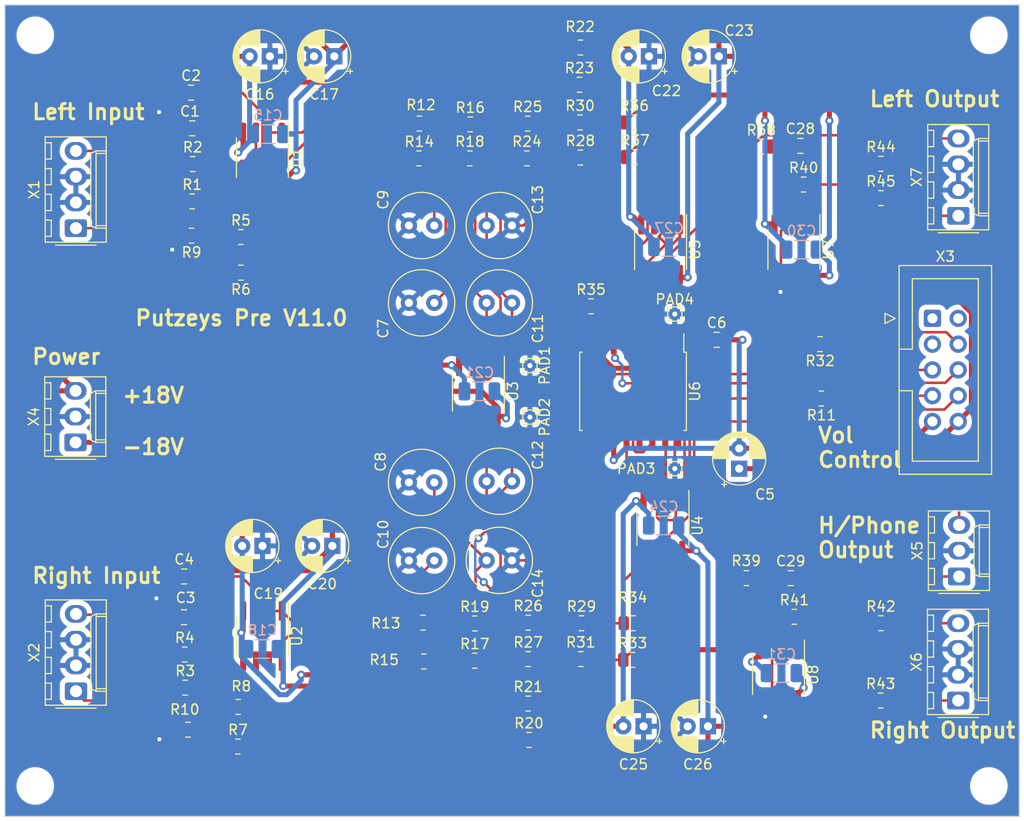
<source format=kicad_pcb>
(kicad_pcb (version 20240108) (generator "pcbnew") (generator_version "8.0")
  (layers (0 "F.Cu" signal) (31 "B.Cu" signal) (34 "B.Paste" user) (35 "F.Paste" user) (36 "B.SilkS" user "B.Silkscreen") (37 "F.SilkS" user "F.Silkscreen") (38 "B.Mask" user) (39 "F.Mask" user) (44 "Edge.Cuts" user))
  (net 0 "")
  (net 1 "Net-(U1A-+)")
  (net 2 "GND")
  (net 3 "Net-(U1B-+)")
  (net 4 "Net-(U2A-+)")
  (net 5 "Net-(U2B-+)")
  (net 6 "/+5V")
  (net 7 "GNDD")
  (net 8 "Net-(C7-Pad2)")
  (net 9 "Net-(C8-Pad2)")
  (net 10 "Net-(C9-Pad2)")
  (net 11 "Net-(C10-Pad2)")
  (net 12 "Net-(C11-Pad1)")
  (net 13 "Net-(U3B--)")
  (net 14 "Net-(C12-Pad1)")
  (net 15 "Net-(U3A--)")
  (net 16 "Net-(U3B-+)")
  (net 17 "Net-(U3A-+)")
  (net 18 "+18V")
  (net 19 "-18V")
  (net 20 "Net-(R5-Pad1)")
  (net 21 "Net-(R10-Pad1)")
  (net 22 "Net-(X3-Pin_6)")
  (net 23 "/DATA")
  (net 24 "Net-(U1B--)")
  (net 25 "Net-(U2B--)")
  (net 26 "Net-(U1A--)")
  (net 27 "Net-(U2A--)")
  (net 28 "Net-(U4A--)")
  (net 29 "Net-(U5A--)")
  (net 30 "Net-(U5A-+)")
  (net 31 "/CSB")
  (net 32 "Net-(U6-LIN)")
  (net 33 "/MUTEB")
  (net 34 "Net-(U6-RIN)")
  (net 35 "Net-(U6-LFO)")
  (net 36 "Net-(U5B--)")
  (net 37 "Net-(U6-RFO)")
  (net 41 "/CCLK")
  (net 42 "Net-(U4B--)")
  (net 43 "Net-(U4B-+)")
  (net 44 "Net-(U7A--)")
  (net 45 "Net-(C28-Pad2)")
  (net 46 "Net-(C29-Pad2)")
  (net 47 "Net-(U8A--)")
  (net 49 "Unconnected-(U7-Pad7)")
  (net 50 "Net-(X1-Pin_1)")
  (net 51 "Net-(X1-Pin_4)")
  (net 52 "Net-(X2-Pin_1)")
  (net 53 "Net-(X2-Pin_4)")
  (net 54 "Net-(X6-Pin_1)")
  (net 55 "Net-(X6-Pin_4)")
  (net 56 "Net-(X7-Pin_1)")
  (net 57 "Net-(X7-Pin_4)")
  (footprint "Package_SO:SOIC-8_3.9x4.9mm_P1.27mm" (layer "F.Cu") (at 66.03 35.385882 -90)
    (property "Reference" "U1")
    (property "Value" "OPA1642AID")
  )
  (footprint "Capacitor_THT:CP_Radial_D5.0mm_P2.00mm" (layer "F.Cu") (at 104.14 25.4 180)
    (property "Reference" "C22")
    (property "Value" "22u")
  )
  (footprint "Resistor_SMD:R_0805_2012Metric" (layer "F.Cu") (at 97.373635 24.531078)
    (property "Reference" "R22")
    (property "Value" "1K")
  )
  (footprint "Resistor_SMD:R_0805_2012Metric" (layer "F.Cu") (at 127 35.99)
    (property "Reference" "R44")
    (property "Value" "22")
  )
  (footprint "Resistor_SMD:R_0805_2012Metric" (layer "F.Cu") (at 63.909419 46.723839 180)
    (property "Reference" "R6")
    (property "Value" "47K")
  )
  (footprint "Resistor_SMD:R_0805_2012Metric" (layer "F.Cu") (at 118.4675 80.645)
    (property "Reference" "R41")
    (property "Value" "1K")
  )
  (footprint "Capacitor_SMD:C_0805_2012Metric" (layer "F.Cu") (at 110.81 53.34)
    (property "Reference" "C6")
    (property "Value" "220nF")
  )
  (footprint "Capacitor_THT:CP_Radial_D5.0mm_P2.00mm" (layer "F.Cu") (at 111.03 25.4 180)
    (property "Reference" "C23")
    (property "Value" "22u")
  )
  (footprint "MountingHole:MountingHole_3.2mm_M3" (layer "F.Cu") (at 137.64 23.32)
    (property "Reference" "H4" (hide yes))
    (property "Value" "MountingHole" (hide yes))
  )
  (footprint "Capacitor_SMD:C_0805_2012Metric" (layer "F.Cu") (at 59.10854 32.496649 180)
    (property "Reference" "C1")
    (property "Value" "100pF")
  )
  (footprint "Capacitor_THT:C_Radial_D6.3mm_H11.0mm_P2.50mm" (layer "F.Cu") (at 90.632579 67.286518 180)
    (property "Reference" "C12")
    (property "Value" "10uF")
  )
  (footprint "Resistor_SMD:R_0805_2012Metric" (layer "F.Cu") (at 121.0075 53.77 180)
    (property "Reference" "R32")
    (property "Value" "10K")
  )
  (footprint "Resistor_SMD:R_0805_2012Metric" (layer "F.Cu") (at 81.503619 32.027468 180)
    (property "Reference" "R14")
    (property "Value" "12K")
  )
  (footprint "MountingHole:MountingHole_3.2mm_M3" (layer "F.Cu") (at 43.64 23.32)
    (property "Reference" "H2" (hide yes))
    (property "Value" "MountingHole" (hide yes))
  )
  (footprint "Capacitor_THT:C_Radial_D6.3mm_H11.0mm_P2.50mm" (layer "F.Cu") (at 80.472579 67.398166)
    (property "Reference" "C8")
    (property "Value" "10uF")
  )
  (footprint "Resistor_SMD:R_0805_2012Metric" (layer "F.Cu") (at 127 81.28)
    (property "Reference" "R42")
    (property "Value" "22")
  )
  (footprint "Package_SO:SOIC-8_3.9x4.9mm_P1.27mm" (layer "F.Cu") (at 118.4225 44.45 -90)
    (property "Reference" "U7")
    (property "Value" "OPA1678")
  )
  (footprint "Resistor_SMD:R_0805_2012Metric" (layer "F.Cu") (at 58.694509 91.776939 180)
    (property "Reference" "R10")
    (property "Value" "2M2")
  )
  (footprint "Connector_Molex:Molex_KK-254_AE-6410-04A_1x04_P2.54mm_Vertical" (layer "F.Cu") (at 47.655384 87.980879 90)
    (property "Reference" "X2")
    (property "Value" "Conn_01x04_Pin")
  )
  (footprint "Resistor_SMD:R_0805_2012Metric" (layer "F.Cu") (at 115.2125 34.29 180)
    (property "Reference" "R38")
    (property "Value" "1K")
  )
  (footprint "Resistor_SMD:R_0805_2012Metric" (layer "F.Cu") (at 102.759319 35.322544)
    (property "Reference" "R37")
    (property "Value" "1K")
  )
  (footprint "Capacitor_THT:C_Radial_D6.3mm_H11.0mm_P2.50mm" (layer "F.Cu") (at 80.472579 42.076646)
    (property "Reference" "C9")
    (property "Value" "10uF")
  )
  (footprint "Resistor_SMD:R_0805_2012Metric" (layer "F.Cu") (at 102.682579 31.916646)
    (property "Reference" "R36")
    (property "Value" "1K")
  )
  (footprint "MountingHole:MountingHole_3.2mm_M3" (layer "F.Cu") (at 137.64 97.32)
    (property "Reference" "H3" (hide yes))
    (property "Value" "MountingHole" (hide yes))
  )
  (footprint "Package_SO:SOIC-8_3.9x4.9mm_P1.27mm" (layer "F.Cu") (at 105.278382 44.459175 -90)
    (property "Reference" "U5")
    (property "Value" "OPA1642AID")
  )
  (footprint "Capacitor_SMD:C_0805_2012Metric" (layer "F.Cu") (at 58.996891 28.979726)
    (property "Reference" "C2")
    (property "Value" "100pF")
  )
  (footprint "Capacitor_THT:C_Radial_D6.3mm_H11.0mm_P2.50mm" (layer "F.Cu") (at 90.632579 42.076646 180)
    (property "Reference" "C13")
    (property "Value" "10uF")
  )
  (footprint "Resistor_SMD:R_0805_2012Metric" (layer "F.Cu") (at 81.459133 35.456667 180)
    (property "Reference" "R12")
    (property "Value" "12K")
  )
  (footprint "Connector_Molex:Molex_KK-254_AE-6410-03A_1x03_P2.54mm_Vertical" (layer "F.Cu") (at 134.70978 76.671868 90)
    (property "Reference" "X5")
    (property "Value" "Conn_01x03_Pin")
  )
  (footprint "TestPoint:TestPoint_THTPad_1.0x1.0mm_Drill0.5mm" (layer "F.Cu") (at 92.40334 55.88 -90)
    (property "Reference" "PAD1")
    (property "Value" "1,6/0,8")
  )
  (footprint "Capacitor_THT:CP_Radial_D5.0mm_P2.00mm" (layer "F.Cu") (at 66.04 73.66 180)
    (property "Reference" "C19")
    (property "Value" "22u")
  )
  (footprint "Capacitor_THT:CP_Radial_D5.0mm_P2.00mm" (layer "F.Cu") (at 72.93 73.66 180)
    (property "Reference" "C20")
    (property "Value" "22u")
  )
  (footprint "Capacitor_THT:CP_Radial_D5.0mm_P2.00mm" (layer "F.Cu") (at 73.12 25.4 180)
    (property "Reference" "C17")
    (property "Value" "22u")
  )
  (footprint "Connector_IDC:IDC-Header_2x05_P2.54mm_Vertical" (layer "F.Cu") (at 132.08 51.23)
    (property "Reference" "X3")
    (property "Value" "2-1761603-3")
  )
  (footprint "Resistor_SMD:R_0805_2012Metric" (layer "F.Cu") (at 127 39.37)
    (property "Reference" "R45")
    (property "Value" "22")
  )
  (footprint "Resistor_SMD:R_0805_2012Metric" (layer "F.Cu") (at 86.483309 35.456667)
    (property "Reference" "R18")
    (property "Value" "10K")
  )
  (footprint "Capacitor_THT:C_Radial_D6.3mm_H11.0mm_P2.50mm" (layer "F.Cu") (at 90.632579 49.696646 180)
    (property "Reference" "C11")
    (property "Value" "10uF")
  )
  (footprint "Resistor_SMD:R_0805_2012Metric" (layer "F.Cu") (at 92.10099 35.456667)
    (property "Reference" "R24")
    (property "Value" "220K")
  )
  (footprint "Capacitor_THT:CP_Radial_D5.0mm_P2.00mm" (layer "F.Cu") (at 103.6 91.44 180)
    (property "Reference" "C25")
    (property "Value" "22u")
  )
  (footprint "Connector_Molex:Molex_KK-254_AE-6410-04A_1x04_P2.54mm_Vertical" (layer "F.Cu") (at 47.645 42.34 90)
    (property "Reference" "X1")
    (property "Value" "Conn_01x04_Pin")
  )
  (footprint "Resistor_SMD:R_0805_2012Metric" (layer "F.Cu") (at 63.62011 93.437646)
    (property "Reference" "R7")
    (property "Value" "47K")
  )
  (footprint "TestPoint:TestPoint_THTPad_1.0x1.0mm_Drill0.5mm" (layer "F.Cu") (at 92.40334 60.96 -90)
    (property "Reference" "PAD2")
    (property "Value" "1,6/0,8")
  )
  (footprint "Resistor_SMD:R_0805_2012Metric" (layer "F.Cu") (at 97.413704 84.812178)
    (property "Reference" "R31")
    (property "Value" "10K")
  )
  (footprint "Package_SO:SOIC-8_3.9x4.9mm_P1.27mm" (layer "F.Cu") (at 66.04 82.55 -90)
    (property "Reference" "U2")
    (property "Value" "OPA1642AID")
  )
  (footprint "Resistor_SMD:R_0805_2012Metric" (layer "F.Cu") (at 59.164364 36.013572)
    (property "Reference" "R2")
    (property "Value" "100")
  )
  (footprint "Capacitor_THT:C_Radial_D6.3mm_H11.0mm_P2.50mm" (layer "F.Cu") (at 80.472579 49.696646)
    (property "Reference" "C7")
    (property "Value" "10uF")
  )
  (footprint "Connector_Molex:Molex_KK-254_AE-6410-04A_1x04_P2.54mm_Vertical" (layer "F.Cu") (at 134.62 88.9 90)
    (property "Reference" "X6")
    (property "Value" "Conn_01x04_Pin")
  )
  (footprint "Resistor_SMD:R_0805_2012Metric" (layer "F.Cu") (at 126.98 88.9)
    (property "Reference" "R43")
    (property "Value" "22")
  )
  (footprint "Resistor_SMD:R_0805_2012Metric" (layer "F.Cu") (at 81.942432 85.051424 180)
    (property "Reference" "R15")
    (property "Value" "12K")
  )
  (footprint "Resistor_SMD:R_0805_2012Metric" (layer "F.Cu") (at 97.340079 31.916646)
    (property "Reference" "R30")
    (property "Value" "10K")
  )
  (footprint "Resistor_SMD:R_0805_2012Metric" (layer "F.Cu") (at 121.13362 59.125952 180)
    (property "Reference" "R11")
    (property "Value" "10K")
  )
  (footprint "Connector_Molex:Molex_KK-254_AE-6410-04A_1x04_P2.54mm_Vertical" (layer "F.Cu") (at 134.64 41.118846 90)
    (property "Reference" "X7")
    (property "Value" "Conn_01x04_Pin")
  )
  (footprint "Capacitor_THT:CP_Radial_D5.0mm_P2.00mm" (layer "F.Cu") (at 109.95 91.44 180)
    (property "Reference" "C26")
    (property "Value" "22u")
  )
  (footprint "Capacitor_THT:C_Radial_D6.3mm_H11.0mm_P2.50mm" (layer "F.Cu") (at 80.472579 75.101902)
    (property "Reference" "C10")
    (property "Value" "10uF")
  )
  (footprint "Resistor_SMD:R_0805_2012Metric" (layer "F.Cu") (at 59.10854 39.697967)
    (property "Reference" "R1")
    (property "Value" "100")
  )
  (footprint "Resistor_SMD:R_0805_2012Metric" (layer "F.Cu") (at 86.966608 81.303229)
    (property "Reference" "R19")
    (property "Value" "10K")
  )
  (footprint "Resistor_SMD:R_0805_2012Metric" (layer "F.Cu") (at 92.23003 84.812178)
    (property "Reference" "R27")
    (property "Value" "220K")
  )
  (footprint "Capacitor_THT:C_Radial_D6.3mm_H11.0mm_P2.50mm" (layer "F.Cu") (at 90.632579 75.083517 180)
    (property "Reference" "C14")
    (property "Value" "10uF")
  )
  (footprint "Capacitor_THT:CP_Radial_D5.0mm_P2.00mm" (layer "F.Cu") (at 113.03 66.04 90)
    (property "Reference" "C5")
    (property "Value" "22u")
  )
  (footprint "Capacitor_SMD:C_0805_2012Metric" (layer "F.Cu") (at 119.06 34.225)
    (property "Reference" "C28")
    (property "Value" "100pF")
  )
  (footprint "MountingHole:MountingHole_3.2mm_M3" (layer "F.Cu") (at 43.64 97.32)
    (property "Reference" "H1" (hide yes))
    (property "Value" "MountingHole" (hide yes))
  )
  (footprint "Resistor_SMD:R_0805_2012Metric" (layer "F.Cu") (at 58.42 87.63)
    (property "Reference" "R3")
    (property "Value" "100")
  )
  (footprint "Resistor_SMD:R_0805_2012Metric" (layer "F.Cu") (at 86.966608 84.971675)
    (property "Reference" "R17")
    (property "Value" "10K")
  )
  (footprint "Resistor_SMD:R_0805_2012Metric" (layer "F.Cu") (at 97.48334 81.28)
    (property "Reference" "R29")
    (property "Value" "10K")
  )
  (footprint "TestPoint:TestPoint_THTPad_1.0x1.0mm_Drill0.5mm" (layer "F.Cu") (at 106.68 50.8)
    (property "Reference" "PAD4")
    (property "Value" "1,6/0,8")
  )
  (footprint "Resistor_SMD:R_0805_2012Metric" (layer "F.Cu") (at 86.518572 32.107216)
    (property "Reference" "R16")
    (property "Value" "10K")
  )
  (footprint "Resistor_SMD:R_0805_2012Metric" (layer "F.Cu") (at 92.23003 89.198363)
    (property "Reference" "R21")
    (property "Value" "1K")
  )
  (footprint "Capacitor_SMD:C_0805_2012Metric" (layer "F.Cu") (at 58.319999 76.670549)
    (property "Reference" "C4")
    (property "Value" "100pF")
  )
  (footprint "Resistor_SMD:R_0805_2012Metric" (layer "F.Cu") (at 63.909419 43.21489)
    (property "Reference" "R5")
    (property "Value" "47K")
  )
  (footprint "Connector_Molex:Molex_KK-254_AE-6410-03A_1x03_P2.54mm_Vertical" (layer "F.Cu") (at 47.610079 63.450349 90)
    (property "Reference" "X4")
    (property "Value" "22-23-2031")
  )
  (footprint "Resistor_SMD:R_0805_2012Metric" (layer "F.Cu") (at 92.309779 92.78706)
    (property "Reference" "R20")
    (property "Value" "1K")
  )
  (footprint "Resistor_SMD:R_0805_2012Metric" (layer "F.Cu") (at 113.745 76.835 180)
    (property "Reference" "R39")
    (property "Value" "1K")
  )
  (footprint "Resistor_SMD:R_0805_2012Metric" (layer "F.Cu") (at 102.517628 84.891927)
    (property "Reference" "R33")
    (property "Value" "1K")
  )
  (footprint "Capacitor_THT:CP_Radial_D5.0mm_P2.00mm" (layer "F.Cu") (at 66.77 25.4 180)
    (property "Reference" "C16")
    (property "Value" "22u")
  )
  (footprint "Resistor_SMD:R_0805_2012Metric" (layer "F.Cu") (at 63.643378 89.528592 180)
    (property "Reference" "R8")
    (property "Value" "47K")
  )
  (footprint "TestPoint:TestPoint_THTPad_1.0x1.0mm_Drill0.5mm" (layer "F.Cu") (at 106.68 66.04)
    (property "Reference" "PAD3")
    (property "Value" "1,6/0,8")
  )
  (footprint "Resistor_SMD:R_0805_2012Metric" (layer "F.Cu") (at 92.23003 81.223481)
    (property "Reference" "R26")
    (property "Value" "220K")
  )
  (footprint "Package_SO:SOIC-8_3.9x4.9mm_P1.27mm" (layer "F.Cu") (at 116.905 86.36 -90)
    (property "Reference" "U8")
    (property "Value" "OPA1678")
  )
  (footprint "Resistor_SMD:R_0805_2012Metric" (layer "F.Cu") (at 81.862683 81.223481 180)
    (property "Reference" "R13")
    (property "Value" "12K")
  )
  (footprint "Resistor_SMD:R_0805_2012Metric" (layer "F.Cu") (at 98.425372 50.03842)
    (property "Reference" "R35")
    (property "Value" "10K")
  )
  (footprint "Package_SO:SOIC-16W_7.5x10.3mm_P1.27mm" (layer "F.Cu") (at 102.56334 58.42 -90)
    (property "Reference" "U6")
    (property "Value" "WM8816")
  )
  (footprint "Capacitor_SMD:C_0805_2012Metric" (layer "F.Cu") (at 118.11 76.835)
    (property "Reference" "C29")
    (property "Value" "100pF")
  )
  (footprint "Resistor_SMD:R_0805_2012Metric" (layer "F.Cu") (at 119.38 38.035)
    (property "Reference" "R40")
    (property "Value" "1K")
  )
  (footprint "Resistor_SMD:R_0805_2012Metric" (layer "F.Cu") (at 59.045 43.070882 180)
    (property "Reference" "R9")
    (property "Value" "2M2")
  )
  (footprint "Resistor_SMD:R_0805_2012Metric" (layer "F.Cu") (at 97.284663 28.199524)
    (property "Reference" "R23")
    (property "Value" "1K")
  )
  (footprint "Resistor_SMD:R_0805_2012Metric" (layer "F.Cu") (at 97.373635 35.376918)
    (property "Reference" "R28")
    (property "Value" "10K")
  )
  (footprint "Resistor_SMD:R_0805_2012Metric" (layer "F.Cu") (at 92.180739 32.027468)
    (property "Reference" "R25")
    (property "Value" "220K")
  )
  (footprint "Package_SO:SOIC-8_3.9x4.9mm_P1.27mm" (layer "F.Cu") (at 105.515634 71.654414 -90)
    (property "Reference" "U4")
    (property "Value" "OPA1642AID")
  )
  (footprint "Capacitor_SMD:C_0805_2012Metric" (layer "F.Cu") (at 58.29872 80.68489 180)
    (property "Reference" "C3")
    (property "Value" "100pF")
  )
  (footprint "Resistor_SMD:R_0805_2012Metric" (layer "F.Cu") (at 102.56334 81.28)
    (property "Reference" "R34")
    (property "Value" "1K")
  )
  (footprint "Package_SO:SOIC-8_3.9x4.9mm_P1.27mm" (layer "F.Cu") (at 87.32334 58.42 -90)
    (property "Reference" "U3")
    (property "Value" "TL072D")
  )
  (footprint "Resistor_SMD:R_0805_2012Metric" (layer "F.Cu") (at 58.375514 84.360298)
    (property "Reference" "R4")
    (property "Value" "100")
  )
  (footprint "Capacitor_SMD:C_1206_3216Metric" (layer "B.Cu") (at 105.588649 71.645714 180)
    (property "Reference" "C24")
    (property "Value" "1uF")
  )
  (footprint "Capacitor_SMD:C_1206_3216Metric" (layer "B.Cu") (at 117.193264 86.194273 180)
    (property "Reference" "C31")
    (property "Value" "1uF")
  )
  (footprint "Capacitor_SMD:C_1206_3216Metric" (layer "B.Cu") (at 119.175 44.45 180)
    (property "Reference" "C30")
    (property "Value" "1uF")
  )
  (footprint "Capacitor_SMD:C_1206_3216Metric" (layer "B.Cu") (at 87.425 58.42 180)
    (property "Reference" "C21")
    (property "Value" "1uF")
  )
  (footprint "Capacitor_SMD:C_1206_3216Metric" (layer "B.Cu") (at 106.102138 44.191645 180)
    (property "Reference" "C27")
    (property "Value" "1uF")
  )
  (footprint "Capacitor_SMD:C_1206_3216Metric" (layer "B.Cu") (at 66.04 83.82 180)
    (property "Reference" "C18")
    (property "Value" "1uF")
  )
  (footprint "Capacitor_SMD:C_1206_3216Metric" (layer "B.Cu") (at 66.571643 33.061699 180)
    (property "Reference" "C15")
    (property "Value" "1uF")
  )
  (gr_rect (start 40.64 20.32) (end 140.64 100.32) (stroke (width 0.1)) (fill none) (layer "Edge.Cuts"))
  (gr_text "Power" (at 43.18 55.88 0) (layer "F.SilkS") (effects (font (size 1.5 1.5) (thickness 0.3) (bold yes)) (justify left bottom)))
  (gr_text "Right Output" (at 125.73 92.71 0) (layer "F.SilkS") (effects (font (size 1.5 1.5) (thickness 0.3) (bold yes)) (justify left bottom)))
  (gr_text "-18V" (at 52.07 64.77 0) (layer "F.SilkS") (effects (font (size 1.5 1.5) (thickness 0.3) (bold yes)) (justify left bottom)))
  (gr_text "+18V" (at 52.07 59.69 0) (layer "F.SilkS") (effects (font (size 1.5 1.5) (thickness 0.3) (bold yes)) (justify left bottom)))
  (gr_text "Right Input" (at 43.18 77.47 0) (layer "F.SilkS") (effects (font (size 1.5 1.5) (thickness 0.3) (bold yes)) (justify left bottom)))
  (gr_text "Vol\nControl" (at 120.65 66.04 0) (layer "F.SilkS") (effects (font (size 1.5 1.5) (thickness 0.3) (bold yes)) (justify left bottom)))
  (gr_text "Left Output" (at 125.73 30.48 0) (layer "F.SilkS") (effects (font (size 1.5 1.5) (thickness 0.3) (bold yes)) (justify left bottom)))
  (gr_text "Left Input" (at 43.18 31.75 0) (layer "F.SilkS") (effects (font (size 1.5 1.5) (thickness 0.3) (bold yes)) (justify left bottom)))
  (gr_text "H/Phone\nOutput" (at 120.65 74.93 0) (layer "F.SilkS") (effects (font (size 1.5 1.5) (thickness 0.3) (bold yes)) (justify left bottom)))
  (gr_text "Putzeys Pre V11.0" (at 53.34 52.07 0) (layer "F.SilkS") (effects (font (size 1.5 1.5) (thickness 0.3) (bold yes)) (justify left bottom)))
  (segment (start 59.239364 33.315825) (end 60.05854 32.496649) (width 0.25) (layer "F.Cu") (net 1))
  (segment (start 59.239364 38.916291) (end 59.239364 33.315825) (width 0.25) (layer "F.Cu") (net 1))
  (segment (start 64.572331 35.713517) (end 63.944309 35.713517) (width 0.25) (layer "F.Cu") (net 1))
  (segment (start 62.590572 39.697967) (end 62.758045 39.86544) (width 0.25) (layer "F.Cu") (net 1))
  (segment (start 62.758045 39.86544) (end 64.821919 41.929314) (width 0.25) (layer "F.Cu") (net 1))
  (segment (start 65.395 32.910882) (end 65.395 34.890848) (width 0.25) (layer "F.Cu") (net 1))
  (segment (start 65.395 34.890848) (end 64.572331 35.713517) (width 0.25) (layer "F.Cu") (net 1))
  (segment (start 60.02104 39.697967) (end 59.239364 38.916291) (width 0.25) (layer "F.Cu") (net 1))
  (segment (start 64.821919 41.929314) (end 64.821919 43.21489) (width 0.25) (layer "F.Cu") (net 1))
  (segment (start 60.02104 39.697967) (end 62.590572 39.697967) (width 0.25) (layer "F.Cu") (net 1))
  (segment (start 62.827826 36.83) (end 62.827826 39.795659) (width 0.25) (layer "F.Cu") (net 1))
  (segment (start 62.827826 39.795659) (end 62.758045 39.86544) (width 0.25) (layer "F.Cu") (net 1))
  (segment (start 63.944309 35.713517) (end 62.827826 36.83) (width 0.25) (layer "F.Cu") (net 1))
  (segment (start 106.68 71.12) (end 105.859407 71.12) (width 0.25) (layer "F.Cu") (net 2))
  (segment (start 58.046891 28.979726) (end 57.762677 28.979726) (width 0.25) (layer "F.Cu") (net 2))
  (segment (start 104.117443 65.855281) (end 104.817326 66.555164) (width 0.25) (layer "F.Cu") (net 2))
  (segment (start 106.36334 52.38666) (end 106.68 52.07) (width 0.25) (layer "F.Cu") (net 2))
  (segment (start 104.936174 69.234954) (end 104.936174 70.864313) (width 0.25) (layer "F.Cu") (net 2))
  (segment (start 103.671819 35.322544) (end 103.671819 36.991521) (width 0.25) (layer "F.Cu") (net 2))
  (segment (start 57.762677 28.979726) (end 55.847279 30.895124) (width 0.25) (layer "F.Cu") (net 2))
  (segment (start 103.373382 46.934175) (end 101.92834 48.379217) (width 0.25) (layer "F.Cu") (net 2))
  (segment (start 105.525634 71.453773) (end 105.525634 79.230206) (width 0.25) (layer "F.Cu") (net 2))
  (segment (start 93.204061 31.916646) (end 93.093239 32.027468) (width 0.25) (layer "F.Cu") (net 2))
  (segment (start 106.775634 66.135634) (end 106.775634 71.024366) (width 0.25) (layer "F.Cu") (net 2))
  (segment (start 104.817326 69.116106) (end 104.880634 69.179414) (width 0.25) (layer "F.Cu") (net 2))
  (segment (start 116.5175 46.925) (end 117.1425 46.3) (width 0.25) (layer "F.Cu") (net 2))
  (segment (start 115.597005 89.432005) (end 115 88.835) (width 0.25) (layer "F.Cu") (net 2))
  (segment (start 57.448804 32.496649) (end 55.847279 30.895124) (width 0.25) (layer "F.Cu") (net 2))
  (segment (start 97.48334 80.666827) (end 97.48334 81.893173) (width 0.25) (layer "F.Cu") (net 2))
  (segment (start 115 88.835) (end 116.27 88.835) (width 0.25) (layer "F.Cu") (net 2))
  (segment (start 116.27 88.835) (end 116.27 83.885) (width 0.25) (layer "F.Cu") (net 2))
  (segment (start 107.00834 63.07) (end 106.68 63.39834) (width 0.25) (layer "F.Cu") (net 2))
  (segment (start 101.92834 63.07) (end 101.92834 65.270079) (width 0.25) (layer "F.Cu") (net 2))
  (segment (start 55.58065 78.91682) (end 57.34872 80.68489) (width 0.25) (layer "F.Cu") (net 2))
  (segment (start 115.597005 90.485989) (end 115.597005 89.432005) (width 0.25) (layer "F.Cu") (net 2))
  (segment (start 105.859407 71.12) (end 105.525634 71.453773) (width 0.25) (layer "F.Cu") (net 2))
  (segment (start 90.632579 42.076646) (end 91.763949 42.076646) (width 0.25) (layer "F.Cu") (net 2))
  (segment (start 57.369999 76.670549) (end 57.369999 77.035548) (width 0.25) (layer "F.Cu") (net 2))
  (segment (start 96.501204 84.812178) (end 93.14253 84.812178) (width 0.25) (layer "F.Cu") (net 2))
  (segment (start 106.775634 71.024366) (end 106.68 71.12) (width 0.25) (layer "F.Cu") (net 2))
  (segment (start 103.998382 37.318084) (end 103.998382 43.413296) (width 0.25) (layer "F.Cu") (net 2))
  (segment (start 117.7875 46.925) (end 116.5175 46.925) (width 0.25) (layer "F.Cu") (net 2))
  (segment (start 106.36334 52.38666) (end 106.36334 54.841751) (width 0.25) (layer "F.Cu") (net 2))
  (segment (start 58.1325 43.4675) (end 57.15 44.45) (width 0.25) (layer "F.Cu") (net 2))
  (segment (start 104.817326 66.555164) (end 104.817326 69.116106) (width 0.25) (layer "F.Cu") (net 2))
  (segment (start 106.36334 54.841751) (end 105.635091 55.57) (width 0.25) (layer "F.Cu") (net 2))
  (segment (start 57.782009 91.776939) (end 56.813061 91.776939) (width 0.25) (layer "F.Cu") (net 2))
  (segment (start 96.427579 31.916646) (end 93.204061 31.916646) (width 0.25) (layer "F.Cu") (net 2))
  (segment (start 117.104258 47.511758) (end 116.5175 46.925) (width 0.25) (layer "F.Cu") (net 2))
  (segment (start 101.92834 65.270079) (end 102.513542 65.855281) (width 0.25) (layer "F.Cu") (net 2))
  (segment (start 97.448635 36.39196) (end 97.448635 34.838745) (width 0.25) (layer "F.Cu") (net 2))
  (segment (start 90.632579 75.083517) (end 91.90003 75.083517) (width 0.25) (layer "F.Cu") (net 2))
  (segment (start 90.632579 42.076646) (end 92.40334 43.847407) (width 0.25) (layer "F.Cu") (net 2))
  (segment (start 106.68 66.04) (end 106.775634 66.135634) (width 0.25) (layer "F.Cu") (net 2))
  (segment (start 58.15854 32.496649) (end 57.448804 32.496649) (width 0.25) (layer "F.Cu") (net 2))
  (segment (start 97.448635 34.838745) (end 96.427579 33.817689) (width 0.25) (layer "F.Cu") (net 2))
  (segment (start 105.635091 55.57) (end 102.802619 55.57) (width 0.25) (layer "F.Cu") (net 2))
  (segment (start 91.763949 42.076646) (end 97.448635 36.39196) (width 0.25) (layer "F.Cu") (net 2))
  (segment (start 104.936174 70.864313) (end 105.525634 71.453773) (width 0.25) (layer "F.Cu") (net 2))
  (segment (start 102.513542 65.855281) (end 104.117443 65.855281) (width 0.25) (layer "F.Cu") (net 2))
  (segment (start 97.48334 81.893173) (end 94.564335 84.812178) (width 0.25) (layer "F.Cu") (net 2))
  (segment (start 103.373382 44.038296) (end 103.373382 46.934175) (width 0.25) (layer "F.Cu") (net 2))
  (segment (start 58.1325 43.070882) (end 58.1325 43.4675) (width 0.25) (layer "F.Cu") (net 2))
  (segment (start 101.92834 54.695721) (end 101.92834 53.77) (width 0.25) (layer "F.Cu") (net 2))
  (segment (start 103.671819 36.991521) (end 103.998382 37.318084) (width 0.25) (layer "F.Cu") (net 2))
  (segment (start 117.104258 48.617857) (end 117.104258 47.511758) (width 0.25) (layer "F.Cu") (net 2))
  (segment (start 104.880634 69.179414) (end 104.936174 69.234954) (width 0.25) (layer "F.Cu") (net 2))
  (segment (start 55.58065 78.824897) (end 55.58065 78.91682) (width 0.25) (layer "F.Cu") (net 2))
  (segment (start 106.68 52.07) (end 106.68 50.8) (width 0.25) (layer "F.Cu") (net 2))
  (segment (start 96.427579 33.817689) (end 96.427579 31.916646) (width 0.25) (layer "F.Cu") (net 2))
  (segment (start 57.369999 77.035548) (end 55.58065 78.824897) (width 0.25) (layer "F.Cu") (net 2))
  (segment (start 117.1425 42.62) (end 117.7875 41.975) (width 0.25) (layer "F.Cu") (net 2))
  (segment (start 105.525634 79.230206) (end 103.47584 81.28) (width 0.25) (layer "F.Cu") (net 2))
  (segment (start 94.564335 84.812178) (end 93.14253 84.812178) (width 0.25) (layer "F.Cu") (net 2))
  (segment (start 90.632579 75.083517) (end 92.40334 73.312756) (width 0.25) (layer "F.Cu") (net 2))
  (segment (start 101.92834 48.379217) (end 101.92834 53.77) (width 0.25) (layer "F.Cu") (net 2))
  (segment (start 92.40334 73.312756) (end 92.40334 60.96) (width 0.25) (layer "F.Cu") (net 2))
  (segment (start 92.40334 43.847407) (end 92.40334 55.88) (width 0.25) (layer "F.Cu") (net 2))
  (segment (start 91.90003 75.083517) (end 97.48334 80.666827) (width 0.25) (layer "F.Cu") (net 2))
  (segment (start 102.802619 55.57) (end 101.92834 54.695721) (width 0.25) (layer "F.Cu") (net 2))
  (segment (start 106.68 63.39834) (end 106.68 66.04) (width 0.25) (layer "F.Cu") (net 2))
  (segment (start 103.998382 43.413296) (end 103.373382 44.038296) (width 0.25) (layer "F.Cu") (net 2))
  (segment (start 56.813061 91.776939) (end 55.88 92.71) (width 0.25) (layer "F.Cu") (net 2))
  (segment (start 117.1425 46.3) (end 117.1425 42.62) (width 0.25) (layer "F.Cu") (net 2))
  (via (at 115.597005 90.485989) (size 0.8) (drill 0.4) (layers "F.Cu" "B.Cu") (net 2))
  (via (at 57.15 44.45) (size 0.8) (drill 0.4) (layers "F.Cu" "B.Cu") (net 2))
  (via (at 55.88 92.71) (size 0.8) (drill 0.4) (layers "F.Cu" "B.Cu") (net 2))
  (via (at 55.58065 78.824897) (size 0.8) (drill 0.4) (layers "F.Cu" "B.Cu") (net 2))
  (via (at 55.847279 30.895124) (size 0.8) (drill 0.4) (layers "F.Cu" "B.Cu") (net 2))
  (via (at 117.104258 48.617857) (size 0.8) (drill 0.4) (layers "F.Cu" "B.Cu") (net 2))
  (segment (start 64.023844 28.979726) (end 59.946891 28.979726) (width 0.25) (layer "F.Cu") (net 3))
  (segment (start 65.659419 42.130418) (end 65.659419 45.886339) (width 0.25) (layer "F.Cu") (net 3))
  (segment (start 60.88354 35.206896) (end 60.88354 29.916375) (width 0.25) (layer "F.Cu") (net 3))
  (segment (start 64.125 37.484131) (end 66.04 35.569131) (width 0.25) (layer "F.Cu") (net 3))
  (segment (start 66.04 35.569131) (end 66.04 30.995882) (width 0.25) (layer "F.Cu") (net 3))
  (segment (start 60.076864 36.013572) (end 60.88354 35.206896) (width 0.25) (layer "F.Cu") (net 3))
  (segment (start 64.125 40.595999) (end 65.659419 42.130418) (width 0.25) (layer "F.Cu") (net 3))
  (segment (start 66.04 30.995882) (end 64.023844 28.979726) (width 0.25) (layer "F.Cu") (net 3))
  (segment (start 65.659419 45.886339) (end 64.821919 46.723839) (width 0.25) (layer "F.Cu") (net 3))
  (segment (start 60.88354 29.916375) (end 59.946891 28.979726) (width 0.25) (layer "F.Cu") (net 3))
  (segment (start 64.125 37.860882) (end 64.125 37.484131) (width 0.25) (layer "F.Cu") (net 3))
  (segment (start 64.125 37.860882) (end 64.125 40.595999) (width 0.25) (layer "F.Cu") (net 3))
  (segment (start 63.5 87.63) (end 64.555878 88.685878) (width 0.25) (layer "F.Cu") (net 4))
  (segment (start 59.288014 84.360298) (end 62.557716 87.63) (width 0.25) (layer "F.Cu") (net 4))
  (segment (start 65.405 80.075) (end 65.388491 80.058491) (width 0.25) (layer "F.Cu") (net 4))
  (segment (start 63.931856 76.670549) (end 59.269999 76.670549) (width 0.25) (layer "F.Cu") (net 4))
  (segment (start 62.557716 87.63) (end 63.5 87.63) (width 0.25) (layer "F.Cu") (net 4))
  (segment (start 65.388491 78.127184) (end 63.931856 76.670549) (width 0.25) (layer "F.Cu") (net 4))
  (segment (start 64.555878 88.685878) (end 64.555878 89.528592) (width 0.25) (layer "F.Cu") (net 4))
  (segment (start 60.17 77.57055) (end 59.269999 76.670549) (width 0.25) (layer "F.Cu") (net 4))
  (segment (start 59.288014 84.360298) (end 60.17 83.478312) (width 0.25) (layer "F.Cu") (net 4))
  (segment (start 65.388491 80.058491) (end 65.388491 78.127184) (width 0.25) (layer "F.Cu") (net 4))
  (segment (start 60.17 83.478312) (end 60.17 77.57055) (width 0.25) (layer "F.Cu") (net 4))
  (segment (start 64.135 87.582041) (end 64.135 85.025) (width 0.25) (layer "F.Cu") (net 5))
  (segment (start 59.3325 87.63) (end 60.206092 88.503592) (width 0.25) (layer "F.Cu") (net 5))
  (segment (start 64.53261 93.437646) (end 63.568378 92.473414) (width 0.25) (layer "F.Cu") (net 5))
  (segment (start 60.206092 88.503592) (end 63.231551 88.503592) (width 0.25) (layer "F.Cu") (net 5))
  (segment (start 63.568378 90.066765) (end 64.055205 90.553592) (width 0.25) (layer "F.Cu") (net 5))
  (segment (start 65.056551 90.553592) (end 65.393378 90.216765) (width 0.25) (layer "F.Cu") (net 5))
  (segment (start 59.3325 87.63) (end 58.450514 86.748014) (width 0.25) (layer "F.Cu") (net 5))
  (segment (start 63.231551 88.503592) (end 63.568378 88.840419) (width 0.25) (layer "F.Cu") (net 5))
  (segment (start 65.393378 88.840419) (end 64.135 87.582041) (width 0.25) (layer "F.Cu") (net 5))
  (segment (start 63.568378 92.473414) (end 63.568378 90.066765) (width 0.25) (layer "F.Cu") (net 5))
  (segment (start 64.055205 90.553592) (end 65.056551 90.553592) (width 0.25) (layer "F.Cu") (net 5))
  (segment (start 58.450514 81.483096) (end 59.24872 80.68489) (width 0.25) (layer "F.Cu") (net 5))
  (segment (start 58.450514 86.748014) (end 58.450514 81.483096) (width 0.25) (layer "F.Cu") (net 5))
  (segment (start 65.393378 90.216765) (end 65.393378 88.840419) (width 0.25) (layer "F.Cu") (net 5))
  (segment (start 63.568378 88.840419) (end 63.568378 92.473414) (width 0.25) (layer "F.Cu") (net 5))
  (segment (start 100.595 56.145) (end 99.38834 54.93834) (width 0.5) (layer "F.Cu") (net 6))
  (segment (start 107.00834 55.009923) (end 105.873263 56.145) (width 0.5) (layer "F.Cu") (net 6))
  (segment (start 109.86 51.43) (end 109.86 53.34) (width 0.5) (layer "F.Cu") (net 6))
  (segment (start 109.43 53.77) (end 109.86 53.34) (width 0.5) (layer "F.Cu") (net 6))
  (segment (start 134.62 61.39) (end 135.92 60.09) (width 0.5) (layer "F.Cu") (net 6))
  (segment (start 135.92 50.691522) (end 134.758478 49.53) (width 0.5) (layer "F.Cu") (net 6))
  (segment (start 105.873263 56.145) (end 100.595 56.145) (width 0.5) (layer "F.Cu") (net 6))
  (segment (start 135.92 60.09) (end 135.92 50.691522) (width 0.5) (layer "F.Cu") (net 6))
  (segment (start 107.00834 53.77) (end 107.00834 55.009923) (width 0.5) (layer "F.Cu") (net 6))
  (segment (start 120.095 51.355) (end 119.54 50.8) (width 0.5) (layer "F.Cu") (net 6))
  (segment (start 121.92 49.53) (end 120.095 51.355) (width 0.5) (layer "F.Cu") (net 6))
  (segment (start 134.62 61.39) (end 129.97 66.04) (width 0.5) (layer "F.Cu") (net 6))
  (segment (start 120.095 51.355) (end 120.095 53.77) (width 0.5) (layer "F.Cu") (net 6))
  (segment (start 99.38834 53.77) (end 99.38834 50.088888) (width 0.25) (layer "F.Cu") (net 6))
  (segment (start 134.758478 49.53) (end 121.92 49.53) (width 0.5) (layer "F.Cu") (net 6))
  (segment (start 107.00834 53.77) (end 109.43 53.77) (width 0.5) (layer "F.Cu") (net 6))
  (segment (start 110.49 50.8) (end 109.86 51.43) (width 0.5) (layer "F.Cu") (net 6))
  (segment (start 119.54 50.8) (end 110.49 50.8) (width 0.5) (layer "F.Cu") (net 6))
  (segment (start 99.38834 54.93834) (end 99.38834 53.77) (width 0.5) (layer "F.Cu") (net 6))
  (segment (start 129.97 66.04) (end 113.03 66.04) (width 0.5) (layer "F.Cu") (net 6))
  (segment (start 99.38834 50.088888) (end 99.337872 50.03842) (width 0.25) (layer "F.Cu") (net 6))
  (segment (start 111.76 53.34) (end 113.35 53.34) (width 0.5) (layer "F.Cu") (net 7))
  (segment (start 132.08 61.39) (end 129.43 64.04) (width 0.5) (layer "F.Cu") (net 7))
  (segment (start 100.65834 63.07) (end 100.65834 65.2) (width 0.5) (layer "F.Cu") (net 7))
  (segment (start 129.43 64.04) (end 113.03 64.04) (width 0.5) (layer "F.Cu") (net 7))
  (via (at 113.35 53.34) (size 0.8) (drill 0.4) (layers "F.Cu" "B.Cu") (net 7))
  (via (at 100.65834 65.2) (size 0.8) (drill 0.4) (layers "F.Cu" "B.Cu") (net 7))
  (segment (start 113.35 53.34) (end 113.03 53.66) (width 0.5) (layer "B.Cu") (net 7))
  (segment (start 113.03 53.66) (end 113.03 64.04) (width 0.5) (layer "B.Cu") (net 7))
  (segment (start 113.03 64.04) (end 101.81834 64.04) (width 0.5) (layer "B.Cu") (net 7))
  (segment (start 101.81834 64.04) (end 100.65834 65.2) (width 0.5) (layer "B.Cu") (net 7))
  (segment (start 84.097579 48.571646) (end 82.972579 49.696646) (width 0.25) (layer "F.Cu") (net 8))
  (segment (start 82.371633 38.259304) (end 84.097579 39.98525) (width 0.25) (layer "F.Cu") (net 8))
  (segment (start 82.371633 35.456667) (end 82.371633 38.259304) (width 0.25) (layer "F.Cu") (net 8))
  (segment (start 85.570809 35.456667) (end 82.371633 35.456667) (width 0.25) (layer "F.Cu") (net 8))
  (segment (start 84.097579 39.98525) (end 84.097579 48.571646) (width 0.25) (layer "F.Cu") (net 8))
  (segment (start 82.854931 81.303229) (end 82.775183 81.223481) (width 0.25) (layer "F.Cu") (net 9))
  (segment (start 86.054108 81.303229) (end 82.854931 81.303229) (width 0.25) (layer "F.Cu") (net 9))
  (segment (start 84.78334 76.2) (end 82.775183 78.208157) (width 0.25) (layer "F.Cu") (net 9))
  (segment (start 84.78334 73.66) (end 84.78334 76.2) (width 0.25) (layer "F.Cu") (net 9))
  (segment (start 82.775183 78.208157) (end 82.775183 81.223481) (width 0.25) (layer "F.Cu") (net 9))
  (segment (start 82.972579 71.849239) (end 84.78334 73.66) (width 0.25) (layer "F.Cu") (net 9))
  (segment (start 82.972579 67.398166) (end 82.972579 71.849239) (width 0.25) (layer "F.Cu") (net 9))
  (segment (start 81.384133 34.918494) (end 81.384133 37.9082) (width 0.25) (layer "F.Cu") (net 10))
  (segment (start 85.606072 32.107216) (end 82.495867 32.107216) (width 0.25) (layer "F.Cu") (net 10))
  (segment (start 82.495867 32.107216) (end 82.416119 32.027468) (width 0.25) (layer "F.Cu") (net 10))
  (segment (start 81.949817 34.431667) (end 81.87096 34.431667) (width 0.25) (layer "F.Cu") (net 10))
  (segment (start 82.972579 39.576646) (end 82.972579 42.076646) (width 0.25) (layer "F.Cu") (net 10))
  (segment (start 81.87096 34.431667) (end 81.384133 34.918494) (width 0.25) (layer "F.Cu") (net 10))
  (segment (start 82.416119 33.965365) (end 81.949817 34.431667) (width 0.25) (layer "F.Cu") (net 10))
  (segment (start 81.384133 37.9082) (end 83.012579 39.536646) (width 0.25) (layer "F.Cu") (net 10))
  (segment (start 83.012579 39.536646) (end 82.972579 39.576646) (width 0.25) (layer "F.Cu") (net 10))
  (segment (start 82.416119 32.027468) (end 82.416119 33.965365) (width 0.25) (layer "F.Cu") (net 10))
  (segment (start 82.934681 84.971675) (end 82.854932 85.051424) (width 0.25) (layer "F.Cu") (net 11))
  (segment (start 81.937683 76.136798) (end 81.937683 83.131106) (width 0.25) (layer "F.Cu") (net 11))
  (segment (start 86.054108 84.971675) (end 82.934681 84.971675) (width 0.25) (layer "F.Cu") (net 11))
  (segment (start 81.937683 83.131106) (end 82.854932 84.048355) (width 0.25) (layer "F.Cu") (net 11))
  (segment (start 82.972579 75.101902) (end 81.937683 76.136798) (width 0.25) (layer "F.Cu") (net 11))
  (segment (start 82.854932 84.048355) (end 82.854932 85.051424) (width 0.25) (layer "F.Cu") (net 11))
  (segment (start 89.86334 55.31) (end 89.22834 55.945) (width 0.25) (layer "F.Cu") (net 12))
  (segment (start 93.01349 37.48985) (end 93.01349 35.456667) (width 0.25) (layer "F.Cu") (net 12))
  (segment (start 90.632579 52.570761) (end 89.86334 53.34) (width 0.25) (layer "F.Cu") (net 12))
  (segment (start 89.507579 48.571646) (end 89.507579 40.995761) (width 0.25) (layer "F.Cu") (net 12))
  (segment (start 96.381386 35.456667) (end 93.01349 35.456667) (width 0.25) (layer "F.Cu") (net 12))
  (segment (start 89.507579 40.995761) (end 93.01349 37.48985) (width 0.25) (layer "F.Cu") (net 12))
  (segment (start 96.461135 35.376918) (end 96.381386 35.456667) (width 0.25) (layer "F.Cu") (net 12))
  (segment (start 89.86334 53.34) (end 89.86334 55.31) (width 0.25) (layer "F.Cu") (net 12))
  (segment (start 90.632579 49.696646) (end 90.632579 52.570761) (width 0.25) (layer "F.Cu") (net 12))
  (segment (start 90.632579 49.696646) (end 89.507579 48.571646) (width 0.25) (layer "F.Cu") (net 12))
  (segment (start 87.853054 77.229787) (end 91.31753 80.694263) (width 0.25) (layer "F.Cu") (net 13))
  (segment (start 86.68834 60.895) (end 86.68834 62.313219) (width 0.25) (layer "F.Cu") (net 13))
  (segment (start 91.31753 80.694263) (end 91.31753 81.223481) (width 0.25) (layer "F.Cu") (net 13))
  (segment (start 88.132579 67.286518) (end 88.132579 72.097852) (width 0.25) (layer "F.Cu") (net 13))
  (segment (start 91.31753 81.223481) (end 87.958856 81.223481) (width 0.25) (layer "F.Cu") (net 13))
  (segment (start 86.68834 62.313219) (end 88.132579 63.757458) (width 0.25) (layer "F.Cu") (net 13))
  (segment (start 87.958856 81.223481) (end 87.879108 81.303229) (width 0.25) (layer "F.Cu") (net 13))
  (segment (start 88.132579 72.097852) (end 87.337753 72.892678) (width 0.25) (layer "F.Cu") (net 13))
  (segment (start 88.132579 63.757458) (end 88.132579 67.286518) (width 0.25) (layer "F.Cu") (net 13))
  (via (at 87.853054 77.229787) (size 0.8) (drill 0.4) (layers "F.Cu" "B.Cu") (net 13))
  (via (at 87.337753 72.892678) (size 0.8) (drill 0.4) (layers "F.Cu" "B.Cu") (net 13))
  (segment (start 87.337753 72.892678) (end 87.007579 73.222852) (width 0.25) (layer "B.Cu") (net 13))
  (segment (start 87.007579 73.222852) (end 87.007579 76.384312) (width 0.25) (layer "B.Cu") (net 13))
  (segment (start 87.007579 76.384312) (end 87.853054 77.229787) (width 0.25) (layer "B.Cu") (net 13))
  (segment (start 96.57084 81.28) (end 93.199049 81.28) (width 0.25) (layer "F.Cu") (net 14))
  (segment (start 89.507579 77.58853) (end 89.507579 68.411518) (width 0.25) (layer "F.Cu") (net 14))
  (segment (start 87.95834 62.187615) (end 90.632579 64.861854) (width 0.25) (layer "F.Cu") (net 14))
  (segment (start 93.199049 81.28) (end 93.14253 81.223481) (width 0.25) (layer "F.Cu") (net 14))
  (segment (start 93.14253 81.223481) (end 89.507579 77.58853) (width 0.25) (layer "F.Cu") (net 14))
  (segment (start 89.507579 68.411518) (end 90.632579 67.286518) (width 0.25) (layer "F.Cu") (net 14))
  (segment (start 90.632579 64.861854) (end 90.632579 67.286518) (width 0.25) (layer "F.Cu") (net 14))
  (segment (start 87.95834 60.895) (end 87.95834 62.187615) (width 0.25) (layer "F.Cu") (net 14))
  (segment (start 88.132579 55.770761) (end 87.95834 55.945) (width 0.25) (layer "F.Cu") (net 15))
  (segment (start 87.395809 35.456667) (end 87.007579 35.844897) (width 0.25) (layer "F.Cu") (net 15))
  (segment (start 88.132579 49.696646) (end 88.132579 55.770761) (width 0.25) (layer "F.Cu") (net 15))
  (segment (start 91.18849 35.456667) (end 87.395809 35.456667) (width 0.25) (layer "F.Cu") (net 15))
  (segment (start 87.007579 48.571646) (end 88.132579 49.696646) (width 0.25) (layer "F.Cu") (net 15))
  (segment (start 87.007579 35.844897) (end 87.007579 48.571646) (width 0.25) (layer "F.Cu") (net 15))
  (segment (start 91.31753 84.812178) (end 88.038605 84.812178) (width 0.25) (layer "F.Cu") (net 16))
  (segment (start 85.41834 60.895) (end 85.41834 72.369278) (width 0.25) (layer "F.Cu") (net 16))
  (segment (start 87.041608 76.174488) (end 88.132579 75.083517) (width 0.25) (layer "F.Cu") (net 16))
  (segment (start 87.879108 84.971675) (end 87.041608 84.134175) (width 0.25) (layer "F.Cu") (net 16))
  (segment (start 87.041608 84.134175) (end 87.041608 76.174488) (width 0.25) (layer "F.Cu") (net 16))
  (segment (start 88.038605 84.812178) (end 87.879108 84.971675) (width 0.25) (layer "F.Cu") (net 16))
  (segment (start 85.41834 72.369278) (end 88.132579 75.083517) (width 0.25) (layer "F.Cu") (net 16))
  (segment (start 92.17599 32.935219) (end 91.268239 32.027468) (width 0.25) (layer "F.Cu") (net 17))
  (segment (start 88.132579 47.855655) (end 89.507579 49.230655) (width 0.25) (layer "F.Cu") (net 17))
  (segment (start 92.17599 35.99484) (end 92.17599 32.935219) (width 0.25) (layer "F.Cu") (net 17))
  (segment (start 86.68834 56.321751) (end 86.68834 55.945) (width 0.25) (layer "F.Cu") (net 17))
  (segment (start 88.132579 40.038251) (end 92.17599 35.99484) (width 0.25) (layer "F.Cu") (net 17))
  (segment (start 88.305091 57.245) (end 87.611589 57.245) (width 0.25) (layer "F.Cu") (net 17))
  (segment (start 87.51082 32.027468) (end 87.431072 32.107216) (width 0.25) (layer "F.Cu") (net 17))
  (segment (start 91.268239 32.027468) (end 87.51082 32.027468) (width 0.25) (layer "F.Cu") (net 17))
  (segment (start 88.58334 56.966751) (end 88.305091 57.245) (width 0.25) (layer "F.Cu") (net 17))
  (segment (start 87.611589 57.245) (end 86.68834 56.321751) (width 0.25) (layer "F.Cu") (net 17))
  (segment (start 88.58334 53.908478) (end 88.58334 56.966751) (width 0.25) (layer "F.Cu") (net 17))
  (segment (start 88.132579 42.076646) (end 88.132579 47.855655) (width 0.25) (layer "F.Cu") (net 17))
  (segment (start 88.132579 42.076646) (end 88.132579 40.038251) (width 0.25) (layer "F.Cu") (net 17))
  (segment (start 89.507579 49.230655) (end 89.507579 52.984239) (width 0.25) (layer "F.Cu") (net 17))
  (segment (start 89.507579 52.984239) (end 88.58334 53.908478) (width 0.25) (layer "F.Cu") (net 17))
  (segment (start 108.786054 74.129414) (end 108.803398 74.146758) (width 0.5) (layer "F.Cu") (net 18))
  (segment (start 44.45 64.77) (end 44.45 59.69) (width 0.5) (layer "F.Cu") (net 18))
  (segment (start 72.93 64.23) (end 78.74 58.42) (width 0.5) (layer "F.Cu") (net 18))
  (segment (start 62.23 74.93) (end 62.23 66.04) (width 0.5) (layer "F.Cu") (net 18))
  (segment (start 72.93 73.66) (end 72.93 64.23) (width 0.5) (layer "F.Cu") (net 18))
  (segment (start 118.81 88.2) (end 119.38 87.63) (width 0.5) (layer "F.Cu") (net 18))
  (segment (start 107.95 47.183681) (end 107.432888 47.183681) (width 0.5) (layer "F.Cu") (net 18))
  (segment (start 118.11 25.4) (end 121.92 29.21) (width 0.5) (layer "F.Cu") (net 18))
  (segment (start 45.769651 58.370349) (end 47.610079 58.370349) (width 0.5) (layer "F.Cu") (net 18))
  (segment (start 70.58 22.86) (end 52.07 22.86) (width 0.5) (layer "F.Cu") (net 18))
  (segment (start 69.148637 36.647245) (end 67.935 37.860882) (width 0.5) (layer "F.Cu") (net 18))
  (segment (start 118.81 88.835) (end 118.81 88.2) (width 0.5) (layer "F.Cu") (net 18))
  (segment (start 107.432888 47.183681) (end 107.183382 46.934175) (width 0.5) (layer "F.Cu") (net 18))
  (segment (start 89.22834 60.01834) (end 89.22834 60.895) (width 0.5) (layer "F.Cu") (net 18))
  (segment (start 76.93 21.59) (end 109.22 21.59) (width 0.5) (layer "F.Cu") (net 18))
  (segment (start 69.34574 36.647245) (end 69.148637 36.647245) (width 0.5) (layer "F.Cu") (net 18))
  (segment (start 50.8 64.77) (end 49.53 66.04) (width 0.5) (layer "F.Cu") (net 18))
  (segment (start 81.28 96.52) (end 106.68 96.52) (width 0.5) (layer "F.Cu") (net 18))
  (segment (start 121.92 29.21) (end 121.92 31.75) (width 0.5) (layer "F.Cu") (net 18))
  (segment (start 89.857574 60.895) (end 90.046475 61.083901) (width 0.5) (layer "F.Cu") (net 18))
  (segment (start 109.95 91.44) (end 116.758528 91.44) (width 0.5) (layer "F.Cu") (net 18))
  (segment (start 70.494451 76.095549) (end 63.395549 76.095549) (width 0.5) (layer "F.Cu") (net 18))
  (segment (start 49.53 66.04) (end 45.72 66.04) (width 0.5) (layer "F.Cu") (net 18))
  (segment (start 68.081071 87.470859) (end 72.230859 87.470859) (width 0.5) (layer "F.Cu") (net 18))
  (segment (start 109.95 93.25) (end 109.95 91.44) (width 0.5) (layer "F.Cu") (net 18))
  (segment (start 118.81 89.388528) (end 118.81 88.835) (width 0.5) (layer "F.Cu") (net 18))
  (segment (start 52.07 22.86) (end 43.18 31.75) (width 0.5) (layer "F.Cu") (net 18))
  (segment (start 44.45 59.69) (end 45.769651 58.370349) (width 0.5) (layer "F.Cu") (net 18))
  (segment (start 106.68 96.52) (end 109.95 93.25) (width 0.5) (layer "F.Cu") (net 18))
  (segment (start 72.93 73.66) (end 70.494451 76.095549) (width 0.5) (layer "F.Cu") (net 18))
  (segment (start 63.395549 76.095549) (end 62.23 74.93) (width 0.5) (layer "F.Cu") (net 18))
  (segment (start 116.758528 91.44) (end 118.81 89.388528) (width 0.5) (layer "F.Cu") (net 18))
  (segment (start 60.96 64.77) (end 50.8 64.77) (width 0.5) (layer "F.Cu") (net 18))
  (segment (start 111.03 25.4) (end 118.11 25.4) (width 0.5) (layer "F.Cu") (net 18))
  (segment (start 68.081071 85.161071) (end 67.945 85.025) (width 0.5) (layer "F.Cu") (net 18))
  (segment (start 121.92 46.99) (end 120.3925 46.99) (width 0.5) (layer "F.Cu") (net 18))
  (segment (start 62.23 66.04) (end 60.96 64.77) (width 0.5) (layer "F.Cu") (net 18))
  (segment (start 78.74 58.42) (end 87.63 58.42) (width 0.5) (layer "F.Cu") (net 18))
  (segment (start 89.22834 60.895) (end 89.857574 60.895) (width 0.5) (layer "F.Cu") (net 18))
  (segment (start 73.12 25.4) (end 70.58 22.86) (width 0.5) (layer "F.Cu") (net 18))
  (segment (start 73.12 25.4) (end 76.93 21.59) (width 0.5) (layer "F.Cu") (net 18))
  (segment (start 107.420634 74.129414) (end 108.786054 74.129414) (width 0.5) (layer "F.Cu") (net 18))
  (segment (start 72.230859 87.470859) (end 81.28 96.52) (width 0.5) (layer "F.Cu") (net 18))
  (segment (start 43.18 53.94027) (end 47.610079 58.370349) (width 0.5) (layer "F.Cu") (net 18))
  (segment (start 87.63 58.42) (end 89.22834 60.01834) (width 0.5) (layer "F.Cu") (net 18))
  (segment (start 111.03 23.4) (end 111.03 25.4) (width 0.5) (layer "F.Cu") (net 18))
  (segment (start 68.081071 87.470859) (end 68.081071 85.161071) (width 0.5) (layer "F.Cu") (net 18))
  (segment (start 109.22 21.59) (end 111.03 23.4) (width 0.5) (layer "F.Cu") (net 18))
  (segment (start 43.18 31.75) (end 43.18 53.94027) (width 0.5) (layer "F.Cu") (net 18))
  (segment (start 45.72 66.04) (end 44.45 64.77) (width 0.5) (layer "F.Cu") (net 18))
  (segment (start 120.3925 46.99) (end 120.3275 46.925) (width 0.5) (layer "F.Cu") (net 18))
  (via (at 121.92 31.75) (size 0.8) (drill 0.4) (layers "F.Cu" "B.Cu") (net 18))
  (via (at 121.92 46.99) (size 0.8) (drill 0.4) (layers "F.Cu" "B.Cu") (net 18))
  (via (at 90.046475 61.083901) (size 0.8) (drill 0.4) (layers "F.Cu" "B.Cu") (net 18))
  (via (at 69.34574 36.647245) (size 0.8) (drill 0.4) (layers "F.Cu" "B.Cu") (net 18))
  (via (at 108.803398 74.146758) (size 0.8) (drill 0.4) (layers "F.Cu" "B.Cu") (net 18))
  (via (at 68.081071 87.470859) (size 0.8) (drill 0.4) (layers "F.Cu" "B.Cu") (net 18))
  (via (at 119.38 87.63) (size 0.8) (drill 0.4) (layers "F.Cu" "B.Cu") (net 18))
  (via (at 107.95 47.183681) (size 0.8) (drill 0.4) (layers "F.Cu" "B.Cu") (net 18))
  (segment (start 69.34574 36.647245) (end 69.34574 33.02) (width 0.5) (layer "B.Cu") (net 18))
  (segment (start 121.92 45.72) (end 120.65 44.45) (width 0.5) (layer "B.Cu") (net 18))
  (segment (start 107.95 33.02) (end 111.03 29.94) (width 0.5) (layer "B.Cu") (net 18))
  (segment (start 68.081071 87.470859) (end 68.081071 79.238929) (width 0.5) (layer "B.Cu") (net 18))
  (segment (start 90.17 60.960376) (end 90.046475 61.083901) (width 0.5) (layer "B.Cu") (net 18))
  (segment (start 111.03 29.94) (end 111.03 25.4) (width 0.5) (layer "B.Cu") (net 18))
  (segment (start 121.92 43.18) (end 120.65 44.45) (width 0.5) (layer "B.Cu") (net 18))
  (segment (start 90.17 59.69) (end 90.17 60.960376) (width 0.5) (layer "B.Cu") (net 18))
  (segment (start 108.803398 74.146758) (end 109.95 75.29336) (width 0.5) (layer "B.Cu") (net 18))
  (segment (start 88.9 58.42) (end 90.17 59.69) (width 0.5) (layer "B.Cu") (net 18))
  (segment (start 107.063649 71.645714) (end 107.063649 72.407009) (width 0.5) (layer "B.Cu") (net 18))
  (segment (start 119.38 86.906009) (end 118.668264 86.194273) (width 0.5) (layer "B.Cu") (net 18))
  (segment (start 107.063649 72.407009) (end 108.803398 74.146758) (width 0.5) (layer "B.Cu") (net 18))
  (segment (start 107.95 47.183681) (end 107.95 33.02) (width 0.5) (layer "B.Cu") (net 18))
  (segment (start 69.34574 29.71426) (end 73.12 25.94) (width 0.5) (layer "B.Cu") (net 18))
  (segment (start 119.38 87.63) (end 119.38 86.906009) (width 0.5) (layer "B.Cu") (net 18))
  (segment (start 72.93 74.39) (end 72.93 73.66) (width 0.5) (layer "B.Cu") (net 18))
  (segment (start 68.046643 33.061699) (end 69.304041 33.061699) (width 0.5) (layer "B.Cu") (net 18))
  (segment (start 121.92 46.99) (end 121.92 45.72) (width 0.5) (layer "B.Cu") (net 18))
  (segment (start 121.92 31.75) (end 121.92 43.18) (width 0.5) (layer "B.Cu") (net 18))
  (segment (start 69.304041 33.061699) (end 69.34574 33.02) (width 0.5) (layer "B.Cu") (net 18))
  (segment (start 69.34574 33.02) (end 69.34574 29.71426) (width 0.5) (layer "B.Cu") (net 18))
  (segment (start 73.12 25.94) (end 73.12 25.4) (width 0.5) (layer "B.Cu") (net 18))
  (segment (start 109.95 75.29336) (end 109.95 91.44) (width 0.5) (layer "B.Cu") (net 18))
  (segment (start 68.081071 79.238929) (end 72.93 74.39) (width 0.5) (layer "B.Cu") (net 18))
  (segment (start 73.66 86.36) (end 82.55 95.25) (width 0.5) (layer "F.Cu") (net 19))
  (segment (start 44.45 33.02) (end 44.45 50.8) (width 0.5) (layer "F.Cu") (net 19))
  (segment (start 102.87 69.23423) (end 103.555818 69.23423) (width 0.5) (layer "F.Cu") (net 19))
  (segment (start 102.14 25.4) (end 102.14 26.53137) (width 0.5) (layer "F.Cu") (net 19))
  (segment (start 101.6 91.44) (end 101.6 90.30863) (width 0.5) (layer "F.Cu") (net 19))
  (segment (start 115 83.885) (end 115 84.39) (width 0.5) (layer "F.Cu") (net 19))
  (segment (start 73.66 27.94) (end 78.74 22.86) (width 0.5) (layer "F.Cu") (net 19))
  (segment (start 115.57 41.91) (end 116.4525 41.91) (width 0.5) (layer "F.Cu") (net 19))
  (segment (start 102.14 26.53137) (end 104.81863 29.21) (width 0.5) (layer "F.Cu") (net 19))
  (segment (start 64.135 80.075) (end 64.135 82.038468) (width 0.5) (layer "F.Cu") (net 19))
  (segment (start 64.77 25.4) (end 64.77 26.53137) (width 0.5) (layer "F.Cu") (net 19))
  (segment (start 66.17863 27.94) (end 73.66 27.94) (width 0.5) (layer "F.Cu") (net 19))
  (segment (start 52.07 25.4) (end 44.45 33.02) (width 0.5) (layer "F.Cu") (net 19))
  (segment (start 84.795926 55.945) (end 84.687354 55.836428) (width 0.5) (layer "F.Cu") (net 19))
  (segment (start 44.45 50.8) (end 52.07 58.42) (width 0.5) (layer "F.Cu") (net 19))
  (segment (start 82.55 95.25) (end 96.52 95.25) (width 0.5) (layer "F.Cu") (net 19))
  (segment (start 102.14 24.67) (end 102.14 25.4) (width 0.5) (layer "F.Cu") (net 19))
  (segment (start 64.04 65.5) (end 73.703572 55.836428) (width 0.5) (layer "F.Cu") (net 19))
  (segment (start 64.135 82.038468) (end 63.950082 82.223386) (width 0.5) (layer "F.Cu") (net 19))
  (segment (start 100.33 91.44) (end 101.6 91.44) (width 0.5) (layer "F.Cu") (net 19))
  (segment (start 102.599701 41.210494) (end 103.373382 41.984175) (width 0.5) (layer "F.Cu") (net 19))
  (segment (start 64.77 25.4) (end 52.07 25.4) (width 0.5) (layer "F.Cu") (net 19))
  (segment (start 114.3 29.21) (end 115.57 30.48) (width 0.5) (layer "F.Cu") (net 19))
  (segment (start 96.52 95.25) (end 100.33 91.44) (width 0.5) (layer "F.Cu") (net 19))
  (segment (start 108.02363 83.885) (end 115 83.885) (width 0.5) (layer "F.Cu") (net 19))
  (segment (start 52.07 62.23) (end 50.849651 63.450349) (width 0.5) (layer "F.Cu") (net 19))
  (segment (start 64.04 65.5) (end 61.990349 63.450349) (width 0.5) (layer "F.Cu") (net 19))
  (segment (start 69.85 86.36) (end 73.66 86.36) (width 0.5) (layer "F.Cu") (net 19))
  (segment (start 116.4525 41.91) (end 116.5175 41.975) (width 0.5) (layer "F.Cu") (net 19))
  (segment (start 104.81863 29.21) (end 114.3 29.21) (width 0.5) (layer "F.Cu") (net 19))
  (segment (start 100.33 22.86) (end 102.14 24.67) (width 0.5) (layer "F.Cu") (net 19))
  (segment (start 64.77 26.53137) (end 66.17863 27.94) (width 0.5) (layer "F.Cu") (net 19))
  (segment (start 61.990349 63.450349) (end 50.849651 63.450349) (width 0.5) (layer "F.Cu") (net 19))
  (segment (start 64.125 34.40358) (end 63.64968 34.8789) (width 0.5) (layer "F.Cu") (net 19))
  (segment (start 103.555818 69.23423) (end 103.610634 69.179414) (width 0.5) (layer "F.Cu") (net 19))
  (segment (start 85.41834 55.945) (end 84.795926 55.945) (width 0.5) (layer "F.Cu") (net 19))
  (segment (start 102.305132 41.210494) (end 102.599701 41.210494) (width 0.5) (layer "F.Cu") (net 19))
  (segment (start 78.74 22.86) (end 100.33 22.86) (width 0.5) (layer "F.Cu") (net 19))
  (segment (start 64.125 32.910882) (end 64.125 34.40358) (width 0.5) (layer "F.Cu") (net 19))
  (segment (start 52.07 58.42) (end 52.07 62.23) (width 0.5) (layer "F.Cu") (net 19))
  (segment (start 50.849651 63.450349) (end 47.610079 63.450349) (width 0.5) (layer "F.Cu") (net 19))
  (segment (start 115.57 30.48) (end 115.57 31.75) (width 0.5) (layer "F.Cu") (net 19))
  (segment (start 115 84.39) (end 114.3 85.09) (width 0.5) (layer "F.Cu") (net 19))
  (segment (start 101.6 90.30863) (end 108.02363 83.885) (width 0.5) (layer "F.Cu") (net 19))
  (segment (start 64.04 73.66) (end 64.04 65.5) (width 0.5) (layer "F.Cu") (net 19))
  (segment (start 73.703572 55.836428) (end 84.687354 55.836428) (width 0.5) (layer "F.Cu") (net 19))
  (via (at 115.57 41.91) (size 0.8) (drill 0.4) (layers "F.Cu" "B.Cu") (net 19))
  (via (at 63.64968 34.8789) (size 0.8) (drill 0.4) (layers "F.Cu" "B.Cu") (net 19))
  (via (at 102.87 69.23423) (size 0.8) (drill 0.4) (layers "F.Cu" "B.Cu") (net 19))
  (via (at 63.950082 82.223386) (size 0.8) (drill 0.4) (layers "F.Cu" "B.Cu") (net 19))
  (via (at 102.305132 41.210494) (size 0.8) (drill 0.4) (layers "F.Cu" "B.Cu") (net 19))
  (via (at 69.85 86.36) (size 0.8) (drill 0.4) (layers "F.Cu" "B.Cu") (net 19))
  (via (at 84.687354 55.836428) (size 0.8) (drill 0.4) (layers "F.Cu" "B.Cu") (net 19))
  (via (at 115.57 31.75) (size 0.8) (drill 0.4) (layers "F.Cu" "B.Cu") (net 19))
  (via (at 114.3 85.09) (size 0.8) (drill 0.4) (layers "F.Cu" "B.Cu") (net 19))
  (segment (start 67.728989 88.320859) (end 64.04 84.63187) (width 0.5) (layer "B.Cu") (net 19))
  (segment (start 104.113649 71.645714) (end 104.113649 70.477879) (width 0.5) (layer "B.Cu") (net 19))
  (segment (start 69.85 86.36) (end 69.85 86.904012) (width 0.5) (layer "B.Cu") (net 19))
  (segment (start 117.7 44.04) (end 115.57 41.91) (width 0.5) (layer "B.Cu") (net 19))
  (segment (start 102.305132 41.210494) (end 102.14 41.045362) (width 0.5) (layer "B.Cu") (net 19))
  (segment (start 67.728989 88.320859) (end 63.950082 84.541952) (width 0.5) (layer "B.Cu") (net 19))
  (segment (start 114.3 85.09) (end 114.613991 85.09) (width 0.5) (layer "B.Cu") (net 19))
  (segment (start 114.613991 85.09) (end 115.718264 86.194273) (width 0.5) (layer "B.Cu") (net 19))
  (segment (start 101.6 70.50423) (end 101.6 91.44) (width 0.5) (layer "B.Cu") (net 19))
  (segment (start 64.04 84.63187) (end 64.04 73.66) (width 0.5) (layer "B.Cu") (net 19))
  (segment (start 63.64968 34.8789) (end 64.77 33.75858) (width 0.5) (layer "B.Cu") (net 19))
  (segment (start 85.95 58.42) (end 85.95 57.099074) (width 0.5) (layer "B.Cu") (net 19))
  (segment (start 102.14 41.045362) (end 102.14 25.4) (width 0.5) (layer "B.Cu") (net 19))
  (segment (start 63.950082 84.541952) (end 63.950082 82.223386) (width 0.5) (layer "B.Cu") (net 19))
  (segment (start 104.627138 44.191645) (end 104.627138 43.5325) (width 0.5) (layer "B.Cu") (net 19))
  (segment (start 104.113649 70.477879) (end 102.87 69.23423) (width 0.5) (layer "B.Cu") (net 19))
  (segment (start 102.87 69.23423) (end 101.6 70.50423) (width 0.5) (layer "B.Cu") (net 19))
  (segment (start 85.95 57.099074) (end 84.687354 55.836428) (width 0.5) (layer "B.Cu") (net 19))
  (segment (start 64.77 33.75858) (end 64.77 25.4) (width 0.5) (layer "B.Cu") (net 19))
  (segment (start 104.627138 43.5325) (end 102.305132 41.210494) (width 0.5) (layer "B.Cu") (net 19))
  (segment (start 117.7 44.45) (end 117.7 44.04) (width 0.5) (layer "B.Cu") (net 19))
  (segment (start 68.433153 88.320859) (end 67.728989 88.320859) (width 0.5) (layer "B.Cu") (net 19))
  (segment (start 69.85 86.904012) (end 68.433153 88.320859) (width 0.5) (layer "B.Cu") (net 19))
  (segment (start 115.57 31.75) (end 115.57 41.91) (width 0.5) (layer "B.Cu") (net 19))
  (segment (start 60.101508 43.21489) (end 59.9575 43.070882) (width 0.25) (layer "F.Cu") (net 20))
  (segment (start 62.996919 43.21489) (end 60.101508 43.21489) (width 0.25) (layer "F.Cu") (net 20))
  (segment (start 62.996919 46.723839) (end 62.996919 43.21489) (width 0.25) (layer "F.Cu") (net 20))
  (segment (start 62.70761 93.437646) (end 61.046903 91.776939) (width 0.25) (layer "F.Cu") (net 21))
  (segment (start 62.730878 89.528592) (end 62.70761 89.55186) (width 0.25) (layer "F.Cu") (net 21))
  (segment (start 62.70761 89.55186) (end 62.70761 93.437646) (width 0.25) (layer "F.Cu") (net 21))
  (segment (start 61.046903 91.776939) (end 59.607009 91.776939) (width 0.25) (layer "F.Cu") (net 21))
  (segment (start 122.04612 59.125952) (end 123.592072 57.58) (width 0.25) (layer "F.Cu") (net 22))
  (segment (start 133.35 57.58) (end 134.62 56.31) (width 0.25) (layer "F.Cu") (net 22))
  (segment (start 123.592072 57.58) (end 133.35 57.58) (width 0.25) (layer "F.Cu") (net 22))
  (segment (start 100.382388 59.125952) (end 120.22112 59.125952) (width 0.25) (layer "F.Cu") (net 23))
  (segment (start 98.11834 61.39) (end 100.382388 59.125952) (width 0.25) (layer "F.Cu") (net 23))
  (segment (start 121.24612 60.150952) (end 120.22112 59.125952) (width 0.25) (layer "F.Cu") (net 23))
  (segment (start 124.46 58.85) (end 123.159048 60.150952) (width 0.25) (layer "F.Cu") (net 23))
  (segment (start 123.159048 60.150952) (end 121.24612 60.150952) (width 0.25) (layer "F.Cu") (net 23))
  (segment (start 132.08 58.85) (end 124.46 58.85) (width 0.25) (layer "F.Cu") (net 23))
  (segment (start 98.11834 63.07) (end 98.11834 61.39) (width 0.25) (layer "F.Cu") (net 23))
  (segment (start 66.665 37.860882) (end 66.04 37.860882) (width 0.25) (layer "F.Cu") (net 24))
  (segment (start 78.74 32.2) (end 78.74 33.650034) (width 0.25) (layer "F.Cu") (net 24))
  (segment (start 66.279118 37.860882) (end 71.94 32.2) (width 0.25) (layer "F.Cu") (net 24))
  (segment (start 95.000483 29.571204) (end 96.372163 28.199524) (width 0.25) (layer "F.Cu") (net 24))
  (segment (start 71.94 32.2) (end 78.74 32.2) (width 0.25) (layer "F.Cu") (net 24))
  (segment (start 81.578619 31.339295) (end 81.578619 33.350606) (width 0.25) (layer "F.Cu") (net 24))
  (segment (start 81.578619 33.350606) (end 80.472579 34.456646) (width 0.25) (layer "F.Cu") (net 24))
  (segment (start 80.546633 34.5307) (end 80.546633 35.456667) (width 0.25) (layer "F.Cu") (net 24))
  (segment (start 80.472579 34.456646) (end 80.546633 34.5307) (width 0.25) (layer "F.Cu") (net 24))
  (segment (start 83.34671 29.571204) (end 95.000483 29.571204) (width 0.25) (layer "F.Cu") (net 24))
  (segment (start 78.74 33.650034) (end 80.546633 35.456667) (width 0.25) (layer "F.Cu") (net 24))
  (segment (start 81.578619 31.339295) (end 83.34671 29.571204) (width 0.25) (layer "F.Cu") (net 24))
  (segment (start 66.04 37.860882) (end 66.279118 37.860882) (width 0.25) (layer "F.Cu") (net 24))
  (segment (start 66.04 37.860882) (end 65.395 37.860882) (width 0.25) (layer "F.Cu") (net 24))
  (segment (start 85.289802 89.648363) (end 81.029932 85.388493) (width 0.25) (layer "F.Cu") (net 25))
  (segment (start 78.74 82.55) (end 81.029932 84.839932) (width 0.25) (layer "F.Cu") (net 25))
  (segment (start 81.029932 84.839932) (end 81.029932 85.051424) (width 0.25) (layer "F.Cu") (net 25))
  (segment (start 66.675 85.025) (end 66.04 85.025) (width 0.25) (layer "F.Cu") (net 25))
  (segment (start 88.258582 89.648363) (end 85.289802 89.648363) (width 0.25) (layer "F.Cu") (net 25))
  (segment (start 68.58 82.55) (end 78.74 82.55) (width 0.25) (layer "F.Cu") (net 25))
  (segment (start 66.675 85.025) (end 66.675 84.455) (width 0.25) (layer "F.Cu") (net 25))
  (segment (start 81.029932 85.388493) (end 81.029932 85.051424) (width 0.25) (layer "F.Cu") (net 25))
  (segment (start 66.04 85.025) (end 65.405 85.025) (width 0.25) (layer "F.Cu") (net 25))
  (segment (start 66.675 84.455) (end 68.58 82.55) (width 0.25) (layer "F.Cu") (net 25))
  (segment (start 66.04 85.025) (end 66.49 85.475) (width 0.25) (layer "F.Cu") (net 25))
  (segment (start 91.397279 92.78706) (end 88.258582 89.648363) (width 0.25) (layer "F.Cu") (net 25))
  (segment (start 67.935 32.910882) (end 69.959118 32.910882) (width 0.25) (layer "F.Cu") (net 26))
  (segment (start 93.172579 29.121204) (end 96.461135 25.832648) (width 0.25) (layer "F.Cu") (net 26))
  (segment (start 80.591119 32.027468) (end 80.591119 31.690399) (width 0.25) (layer "F.Cu") (net 26))
  (segment (start 66.665 32.910882) (end 67.935 32.910882) (width 0.25) (layer "F.Cu") (net 26))
  (segment (start 80.591119 31.690399) (end 83.160314 29.121204) (width 0.25) (layer "F.Cu") (net 26))
  (segment (start 96.461135 25.832648) (end 96.461135 24.531078) (width 0.25) (layer "F.Cu") (net 26))
  (segment (start 83.160314 29.121204) (end 93.172579 29.121204) (width 0.25) (layer "F.Cu") (net 26))
  (segment (start 71.12 31.75) (end 80.313651 31.75) (width 0.25) (layer "F.Cu") (net 26))
  (segment (start 80.313651 31.75) (end 80.591119 32.027468) (width 0.25) (layer "F.Cu") (net 26))
  (segment (start 69.959118 32.910882) (end 71.12 31.75) (width 0.25) (layer "F.Cu") (net 26))
  (segment (start 81.937683 85.659848) (end 81.937683 83.767502) (width 0.25) (layer "F.Cu") (net 27))
  (segment (start 81.937683 83.767502) (end 80.917973 82.747792) (width 0.25) (layer "F.Cu") (net 27))
  (segment (start 80.917973 81.255691) (end 80.950183 81.223481) (width 0.25) (layer "F.Cu") (net 27))
  (segment (start 67.945 80.075) (end 66.675 80.075) (width 0.25) (layer "F.Cu") (net 27))
  (segment (start 91.31753 89.198363) (end 85.476198 89.198363) (width 0.25) (layer "F.Cu") (net 27))
  (segment (start 85.476198 89.198363) (end 81.937683 85.659848) (width 0.25) (layer "F.Cu") (net 27))
  (segment (start 67.945 80.075) (end 69.15 81.28) (width 0.25) (layer "F.Cu") (net 27))
  (segment (start 80.917973 82.747792) (end 80.917973 81.255691) (width 0.25) (layer "F.Cu") (net 27))
  (segment (start 69.15 81.28) (end 81.28 81.28) (width 0.25) (layer "F.Cu") (net 27))
  (segment (start 105.780799 63.112459) (end 105.73834 63.07) (width 0.25) (layer "F.Cu") (net 28))
  (segment (start 106.150634 67.31) (end 105.780799 66.940165) (width 0.25) (layer "F.Cu") (net 28))
  (segment (start 106.150634 69.179414) (end 106.150634 67.31) (width 0.25) (layer "F.Cu") (net 28))
  (segment (start 105.780799 66.940165) (end 105.780799 63.112459) (width 0.25) (layer "F.Cu") (net 28))
  (segment (start 105.85058 41.921373) (end 105.913382 41.984175) (width 0.25) (layer "F.Cu") (net 29))
  (segment (start 101.770079 31.916646) (end 103.206725 30.48) (width 0.25) (layer "F.Cu") (net 29))
  (segment (start 99.123635 25.167702) (end 98.252579 24.296646) (width 0.25) (layer "F.Cu") (net 29))
  (segment (start 105.10334 30.48) (end 105.85058 31.22724) (width 0.25) (layer "F.Cu") (net 29))
  (segment (start 105.85058 31.22724) (end 105.85058 41.921373) (width 0.25) (layer "F.Cu") (net 29))
  (segment (start 103.206725 30.48) (end 105.10334 30.48) (width 0.25) (layer "F.Cu") (net 29))
  (segment (start 98.252579 31.916646) (end 99.123635 31.04559) (width 0.25) (layer "F.Cu") (net 29))
  (segment (start 101.770079 31.916646) (end 98.252579 31.916646) (width 0.25) (layer "F.Cu") (net 29))
  (segment (start 99.123635 31.04559) (end 99.123635 25.167702) (width 0.25) (layer "F.Cu") (net 29))
  (segment (start 97.415079 32.604819) (end 97.415079 28.981608) (width 0.25) (layer "F.Cu") (net 30))
  (segment (start 98.286135 33.475875) (end 97.415079 32.604819) (width 0.25) (layer "F.Cu") (net 30))
  (segment (start 101.846819 35.322544) (end 101.792445 35.376918) (width 0.25) (layer "F.Cu") (net 30))
  (segment (start 97.415079 28.981608) (end 98.197163 28.199524) (width 0.25) (layer "F.Cu") (net 30))
  (segment (start 98.286135 35.376918) (end 98.286135 33.475875) (width 0.25) (layer "F.Cu") (net 30))
  (segment (start 101.792445 35.376918) (end 98.286135 35.376918) (width 0.25) (layer "F.Cu") (net 30))
  (segment (start 102.871819 34.297544) (end 104.172492 34.297544) (width 0.25) (layer "F.Cu") (net 30))
  (segment (start 104.643382 34.768434) (end 104.643382 41.984175) (width 0.25) (layer "F.Cu") (net 30))
  (segment (start 104.172492 34.297544) (end 104.643382 34.768434) (width 0.25) (layer "F.Cu") (net 30))
  (segment (start 101.846819 35.322544) (end 102.871819 34.297544) (width 0.25) (layer "F.Cu") (net 30))
  (segment (start 118.402564 57.624505) (end 101.509285 57.624505) (width 0.25) (layer "F.Cu") (net 31))
  (segment (start 121.92 53.77) (end 121.92 54.107069) (width 0.25) (layer "F.Cu") (net 31))
  (segment (start 100.791954 53.968679) (end 100.65834 53.835065) (width 0.25) (layer "F.Cu") (net 31))
  (segment (start 100.791954 55.140578) (end 100.791954 53.968679) (width 0.25) (layer "F.Cu") (net 31))
  (segment (start 100.65834 53.877681) (end 100.791954 54.011295) (width 0.25) (layer "F.Cu") (net 31))
  (segment (start 132.08 56.31) (end 124.46 56.31) (width 0.25) (layer "F.Cu") (net 31))
  (segment (start 121.92 54.107069) (end 118.402564 57.624505) (width 0.25) (layer "F.Cu") (net 31))
  (segment (start 124.46 56.31) (end 121.92 53.77) (width 0.25) (layer "F.Cu") (net 31))
  (segment (start 100.791954 54.011295) (end 100.791954 55.140578) (width 0.25) (layer "F.Cu") (net 31))
  (via (at 101.509285 57.624505) (size 0.8) (drill 0.4) (layers "F.Cu" "B.Cu") (net 31))
  (via (at 100.791954 55.140578) (size 0.8) (drill 0.4) (layers "F.Cu" "B.Cu") (net 31))
  (segment (start 101.509285 57.624505) (end 101.509285 55.857909) (width 0.25) (layer "B.Cu") (net 31))
  (segment (start 101.509285 55.857909) (end 100.791954 55.140578) (width 0.25) (layer "B.Cu") (net 31))
  (segment (start 105.822076 43.898736) (end 106.478601 43.898736) (width 0.25) (layer "F.Cu") (net 32))
  (segment (start 104.018382 47.935926) (end 104.018382 45.70243) (width 0.25) (layer "F.Cu") (net 32))
  (segment (start 105.268382 43.014958) (end 105.10334 43.18) (width 0.25) (layer "F.Cu") (net 32))
  (segment (start 103.19834 53.77) (end 103.19834 48.755968) (width 0.25) (layer "F.Cu") (net 32))
  (segment (start 103.595079 31.916646) (end 105.268382 33.589949) (width 0.25) (layer "F.Cu") (net 32))
  (segment (start 106.478601 43.898736) (end 107.183382 43.193955) (width 0.25) (layer "F.Cu") (net 32))
  (segment (start 105.10334 43.18) (end 105.822076 43.898736) (width 0.25) (layer "F.Cu") (net 32))
  (segment (start 104.018382 45.70243) (end 105.822076 43.898736) (width 0.25) (layer "F.Cu") (net 32))
  (segment (start 105.268382 33.589949) (end 105.268382 43.014958) (width 0.25) (layer "F.Cu") (net 32))
  (segment (start 107.183382 43.193955) (end 107.183382 41.984175) (width 0.25) (layer "F.Cu") (net 32))
  (segment (start 103.19834 48.755968) (end 104.018382 47.935926) (width 0.25) (layer "F.Cu") (net 32))
  (segment (start 120.9325 53.231827) (end 121.569327 52.595) (width 0.25) (layer "F.Cu") (net 33))
  (segment (start 121.569327 52.595) (end 133.445 52.595) (width 0.25) (layer "F.Cu") (net 33))
  (segment (start 98.11834 50.643888) (end 97.512872 50.03842) (width 0.25) (layer "F.Cu") (net 33))
  (segment (start 98.11834 53.77) (end 98.11834 50.643888) (width 0.25) (layer "F.Cu") (net 33))
  (segment (start 118.670673 56.72) (end 120.9325 54.458173) (width 0.25) (layer "F.Cu") (net 33))
  (segment (start 98.11834 53.77) (end 98.11834 54.481512) (width 0.25) (layer "F.Cu") (net 33))
  (segment (start 120.9325 54.458173) (end 120.9325 53.231827) (width 0.25) (layer "F.Cu") (net 33))
  (segment (start 133.445 52.595) (end 134.62 53.77) (width 0.25) (layer "F.Cu") (net 33))
  (segment (start 98.11834 54.481512) (end 100.356828 56.72) (width 0.25) (layer "F.Cu") (net 33))
  (segment (start 100.356828 56.72) (end 118.670673 56.72) (width 0.25) (layer "F.Cu") (net 33))
  (segment (start 106.150634 79.442706) (end 104.31334 81.28) (width 0.25) (layer "F.Cu") (net 34))
  (segment (start 104.31334 84.008715) (end 103.430128 84.891927) (width 0.25) (layer "F.Cu") (net 34))
  (segment (start 103.19834 63.07) (end 103.19834 62.640457) (width 0.25) (layer "F.Cu") (net 34))
  (segment (start 106.150634 72.612706) (end 106.150634 74.129414) (width 0.25) (layer "F.Cu") (net 34))
  (segment (start 104.31334 81.28) (end 104.31334 84.008715) (width 0.25) (layer "F.Cu") (net 34))
  (segment (start 108.145634 70.617706) (end 106.150634 72.612706) (width 0.25) (layer "F.Cu") (net 34))
  (segment (start 106.150634 74.129414) (end 106.150634 79.442706) (width 0.25) (layer "F.Cu") (net 34))
  (segment (start 108.145634 61.24957) (end 108.145634 70.617706) (width 0.25) (layer "F.Cu") (net 34))
  (segment (start 107.406064 60.51) (end 108.145634 61.24957) (width 0.25) (layer "F.Cu") (net 34))
  (segment (start 103.19834 62.640457) (end 105.328797 60.51) (width 0.25) (layer "F.Cu") (net 34))
  (segment (start 105.328797 60.51) (end 107.406064 60.51) (width 0.25) (layer "F.Cu") (net 34))
  (segment (start 105.913382 45.216618) (end 105.913382 46.934175) (width 0.25) (layer "F.Cu") (net 35))
  (segment (start 126.0875 35.99) (end 127.075 36.9775) (width 0.25) (layer "F.Cu") (net 35))
  (segment (start 114.3 34.29) (end 115.415 33.175) (width 0.25) (layer "F.Cu") (net 35))
  (segment (start 123.2725 33.175) (end 126.0875 35.99) (width 0.25) (layer "F.Cu") (net 35))
  (segment (start 136.495 65.435) (end 134.62 67.31) (width 0.25) (layer "F.Cu") (net 35))
  (segment (start 134.70978 67.39978) (end 134.70978 71.591868) (width 0.25) (layer "F.Cu") (net 35))
  (segment (start 109.22 41.91) (end 105.913382 45.216618) (width 0.25) (layer "F.Cu") (net 35))
  (segment (start 136.495 50.135) (end 136.495 65.435) (width 0.25) (layer "F.Cu") (net 35))
  (segment (start 104.46834 50.584272) (end 104.46834 53.77) (width 0.25) (layer "F.Cu") (net 35))
  (segment (start 105.913382 46.934175) (end 105.913382 47.310926) (width 0.25) (layer "F.Cu") (net 35))
  (segment (start 127.075 36.9775) (end 127.075 40.715) (width 0.25) (layer "F.Cu") (net 35))
  (segment (start 109.22 39.37) (end 114.3 34.29) (width 0.25) (layer "F.Cu") (net 35))
  (segment (start 105.88547 49.167142) (end 104.46834 50.584272) (width 0.25) (layer "F.Cu") (net 35))
  (segment (start 105.913382 47.310926) (end 105.88547 47.338838) (width 0.25) (layer "F.Cu") (net 35))
  (segment (start 109.22 41.91) (end 109.22 39.37) (width 0.25) (layer "F.Cu") (net 35))
  (segment (start 127.075 40.715) (end 136.495 50.135) (width 0.25) (layer "F.Cu") (net 35))
  (segment (start 115.415 33.175) (end 123.2725 33.175) (width 0.25) (layer "F.Cu") (net 35))
  (segment (start 134.62 67.31) (end 134.70978 67.39978) (width 0.25) (layer "F.Cu") (net 35))
  (segment (start 105.88547 47.338838) (end 105.88547 49.167142) (width 0.25) (layer "F.Cu") (net 35))
  (segment (start 104.121589 55.12) (end 104.815091 55.12) (width 0.25) (layer "F.Cu") (net 36))
  (segment (start 104.815091 55.12) (end 105.73834 54.196751) (width 0.25) (layer "F.Cu") (net 36))
  (segment (start 104.643382 47.947322) (end 103.82334 48.767364) (width 0.25) (layer "F.Cu") (net 36))
  (segment (start 105.73834 54.196751) (end 105.73834 53.77) (width 0.25) (layer "F.Cu") (net 36))
  (segment (start 103.82334 48.767364) (end 103.82334 54.821751) (width 0.25) (layer "F.Cu") (net 36))
  (segment (start 103.82334 54.821751) (end 104.121589 55.12) (width 0.25) (layer "F.Cu") (net 36))
  (segment (start 104.643382 46.934175) (end 104.643382 47.947322) (width 0.25) (layer "F.Cu") (net 36))
  (segment (start 129.068132 76.671868) (end 134.70978 76.671868) (width 0.25) (layer "F.Cu") (net 37))
  (segment (start 105.515193 60.96) (end 107.219668 60.96) (width 0.25) (layer "F.Cu") (net 37))
  (segment (start 102.851589 64.42) (end 103.545091 64.42) (width 0.25) (layer "F.Cu") (net 37))
  (segment (start 126.0875 81.28) (end 126.0875 80.3675) (width 0.25) (layer "F.Cu") (net 37))
  (segment (start 102.57334 61.998249) (end 102.57334 64.141751) (width 0.25) (layer "F.Cu") (net 37))
  (segment (start 107.64334 61.383672) (end 107.64334 68.956708) (width 0.25) (layer "F.Cu") (net 37))
  (segment (start 125.73 80.01) (end 119.38 73.66) (width 0.25) (layer "F.Cu") (net 37))
  (segment (start 103.545091 64.42) (end 104.46834 63.496751) (width 0.25) (layer "F.Cu") (net 37))
  (segment (start 119.38 73.66) (end 114.1025 73.66) (width 0.25) (layer "F.Cu") (net 37))
  (segment (start 114.1025 73.66) (end 108.595634 68.153134) (width 0.25) (layer "F.Cu") (net 37))
  (segment (start 107.219668 60.96) (end 107.64334 61.383672) (width 0.25) (layer "F.Cu") (net 37))
  (segment (start 108.595634 68.153134) (end 108.595634 61.063174) (width 0.25) (layer "F.Cu") (net 37))
  (segment (start 104.46834 63.07) (end 104.46834 62.006853) (width 0.25) (layer "F.Cu") (net 37))
  (segment (start 112.8325 76.835) (end 112.8325 74.93) (width 0.25) (layer "F.Cu") (net 37))
  (segment (start 126.0875 80.3675) (end 125.73 80.01) (width 0.25) (layer "F.Cu") (net 37))
  (segment (start 104.511589 60.06) (end 102.57334 61.998249) (width 0.25) (layer "F.Cu") (net 37))
  (segment (start 104.46834 63.496751) (end 104.46834 63.07) (width 0.25) (layer "F.Cu") (net 37))
  (segment (start 104.46834 62.006853) (end 105.515193 60.96) (width 0.25) (layer "F.Cu") (net 37))
  (segment (start 107.64334 68.956708) (end 107.420634 69.179414) (width 0.25) (layer "F.Cu") (net 37))
  (segment (start 107.59246 60.06) (end 104.511589 60.06) (width 0.25) (layer "F.Cu") (net 37))
  (segment (start 102.57334 64.141751) (end 102.851589 64.42) (width 0.25) (layer "F.Cu") (net 37))
  (segment (start 108.595634 61.063174) (end 107.59246 60.06) (width 0.25) (layer "F.Cu") (net 37))
  (segment (start 125.73 80.01) (end 129.068132 76.671868) (width 0.25) (layer "F.Cu") (net 37))
  (segment (start 112.8325 74.93) (end 114.1025 73.66) (width 0.25) (layer "F.Cu") (net 37))
  (segment (start 124.365 60.215) (end 123.19 61.39) (width 0.25) (layer "F.Cu") (net 41))
  (segment (start 99.38834 62.643249) (end 99.38834 63.07) (width 0.25) (layer "F.Cu") (net 41))
  (segment (start 134.62 58.85) (end 133.255 60.215) (width 0.25) (layer "F.Cu") (net 41))
  (segment (start 107.778856 59.61) (end 102.421589 59.61) (width 0.25) (layer "F.Cu") (net 41))
  (segment (start 123.19 61.39) (end 109.558856 61.39) (width 0.25) (layer "F.Cu") (net 41))
  (segment (start 109.558856 61.39) (end 107.778856 59.61) (width 0.25) (layer "F.Cu") (net 41))
  (segment (start 133.255 60.215) (end 124.365 60.215) (width 0.25) (layer "F.Cu") (net 41))
  (segment (start 102.421589 59.61) (end 99.38834 62.643249) (width 0.25) (layer "F.Cu") (net 41))
  (segment (start 98.405953 84.891927) (end 98.326204 84.812178) (width 0.25) (layer "F.Cu") (net 42))
  (segment (start 98.326204 84.812178) (end 98.326204 86.153532) (width 0.25) (layer "F.Cu") (net 42))
  (segment (start 102.56334 77.472792) (end 102.56334 83.933715) (width 0.25) (layer "F.Cu") (net 42))
  (segment (start 95.261538 90.747801) (end 93.222279 92.78706) (width 0.25) (layer "F.Cu") (net 42))
  (segment (start 101.605128 84.891927) (end 98.405953 84.891927) (width 0.25) (layer "F.Cu") (net 42))
  (segment (start 102.56334 77.472792) (end 104.880634 75.155498) (width 0.25) (layer "F.Cu") (net 42))
  (segment (start 95.261538 89.218198) (end 95.261538 90.747801) (width 0.25) (layer "F.Cu") (net 42))
  (segment (start 102.56334 83.933715) (end 101.605128 84.891927) (width 0.25) (layer "F.Cu") (net 42))
  (segment (start 98.326204 86.153532) (end 95.261538 89.218198) (width 0.25) (layer "F.Cu") (net 42))
  (segment (start 104.880634 75.155498) (end 104.880634 74.129414) (width 0.25) (layer "F.Cu") (net 42))
  (segment (start 103.610634 75.152706) (end 103.610634 74.129414) (width 0.25) (layer "F.Cu") (net 43))
  (segment (start 101.65084 81.28) (end 101.65084 77.1125) (width 0.25) (layer "F.Cu") (net 43))
  (segment (start 98.39584 81.28) (end 98.39584 81.617069) (width 0.25) (layer "F.Cu") (net 43))
  (segment (start 98.39584 81.617069) (end 97.48334 82.529569) (width 0.25) (layer "F.Cu") (net 43))
  (segment (start 101.65084 77.1125) (end 103.610634 75.152706) (width 0.25) (layer "F.Cu") (net 43))
  (segment (start 97.48334 86.36) (end 94.644977 89.198363) (width 0.25) (layer "F.Cu") (net 43))
  (segment (start 101.65084 81.28) (end 98.39584 81.28) (width 0.25) (layer "F.Cu") (net 43))
  (segment (start 94.644977 89.198363) (end 93.14253 89.198363) (width 0.25) (layer "F.Cu") (net 43))
  (segment (start 97.48334 82.529569) (end 97.48334 86.36) (width 0.25) (layer "F.Cu") (net 43))
  (segment (start 118.4675 38.035) (end 118.4675 39.155989) (width 0.25) (layer "F.Cu") (net 44))
  (segment (start 118.11 34.225) (end 118.11 37.6775) (width 0.25) (layer "F.Cu") (net 44))
  (segment (start 119.079038 41.953462) (end 119.0575 41.975) (width 0.25) (layer "F.Cu") (net 44))
  (segment (start 118.11 37.6775) (end 118.4675 38.035) (width 0.25) (layer "F.Cu") (net 44))
  (segment (start 118.4675 39.155989) (end 119.079038 39.767527) (width 0.25) (layer "F.Cu") (net 44))
  (segment (start 119.079038 39.767527) (end 119.079038 41.953462) (width 0.25) (layer "F.Cu") (net 44))
  (segment (start 118.045 34.29) (end 118.11 34.225) (width 0.25) (layer "F.Cu") (net 44))
  (segment (start 116.125 34.29) (end 118.045 34.29) (width 0.25) (layer "F.Cu") (net 44))
  (segment (start 120.2925 41.94) (end 120.3275 41.975) (width 0.25) (layer "F.Cu") (net 45))
  (segment (start 120.01 34.225) (end 120.2925 34.5075) (width 0.25) (layer "F.Cu") (net 45))
  (segment (start 120.2925 38.035) (end 120.2925 41.94) (width 0.25) (layer "F.Cu") (net 45))
  (segment (start 124.7525 38.035) (end 120.2925 38.035) (width 0.25) (layer "F.Cu") (net 45))
  (segment (start 126.0875 39.37) (end 124.7525 38.035) (width 0.25) (layer "F.Cu") (net 45))
  (segment (start 120.2925 34.5075) (end 120.2925 38.035) (width 0.25) (layer "F.Cu") (net 45))
  (segment (start 126.0675 88.9) (end 121.0525 83.885) (width 0.25) (layer "F.Cu") (net 46))
  (segment (start 121.0525 83.885) (end 118.81 83.885) (width 0.25) (layer "F.Cu") (net 46))
  (segment (start 119.38 77.155) (end 119.06 76.835) (width 0.25) (layer "F.Cu") (net 46))
  (segment (start 119.38 80.645) (end 119.38 77.155) (width 0.25) (layer "F.Cu") (net 46))
  (segment (start 119.38 83.315) (end 118.81 83.885) (width 0.25) (layer "F.Cu") (net 46))
  (segment (start 119.38 80.645) (end 119.38 83.315) (width 0.25) (layer "F.Cu") (net 46))
  (segment (start 117.555 80.645) (end 117.54 80.66) (width 0.25) (layer "F.Cu") (net 47))
  (segment (start 117.555 80.645) (end 117.555 77.23) (width 0.25) (layer "F.Cu") (net 47))
  (segment (start 117.555 77.23) (end 117.16 76.835) (width 0.25) (layer "F.Cu") (net 47))
  (segment (start 114.6575 76.835) (end 117.16 76.835) (width 0.25) (layer "F.Cu") (net 47))
  (segment (start 117.54 80.66) (end 117.54 83.885) (width 0.25) (layer "F.Cu") (net 47))
  (segment (start 58.19604 39.697967) (end 54.282033 39.697967) (width 0.25) (layer "F.Cu") (net 50))
  (segment (start 51.64 42.34) (end 47.645 42.34) (width 0.25) (layer "F.Cu") (net 50))
  (segment (start 54.282033 39.697967) (end 51.64 42.34) (width 0.25) (layer "F.Cu") (net 50))
  (segment (start 56.958292 34.72) (end 47.645 34.72) (width 0.25) (layer "F.Cu") (net 51))
  (segment (start 58.251864 36.013572) (end 56.958292 34.72) (width 0.25) (layer "F.Cu") (net 51))
  (segment (start 48.465 88.9) (end 47.625 88.06) (width 0.25) (layer "F.Cu") (net 52))
  (segment (start 52.07 87.63) (end 50.8 88.9) (width 0.25) (layer "F.Cu") (net 52))
  (segment (start 50.8 88.9) (end 48.465 88.9) (width 0.25) (layer "F.Cu") (net 52))
  (segment (start 57.5075 87.63) (end 52.07 87.63) (width 0.25) (layer "F.Cu") (net 52))
  (segment (start 49.96 80.44) (end 47.625 80.44) (width 0.25) (layer "F.Cu") (net 53))
  (segment (start 57.463014 84.360298) (end 53.880298 84.360298) (width 0.25) (layer "F.Cu") (net 53))
  (segment (start 53.880298 84.360298) (end 49.96 80.44) (width 0.25) (layer "F.Cu") (net 53))
  (segment (start 134.6 88.9) (end 127.8925 88.9) (width 0.25) (layer "F.Cu") (net 54))
  (segment (start 127.9125 81.28) (end 134.62 81.28) (width 0.25) (layer "F.Cu") (net 55))
  (segment (start 127.9125 39.37) (end 129.661346 41.118846) (width 0.25) (layer "F.Cu") (net 56))
  (segment (start 129.661346 41.118846) (end 134.64 41.118846) (width 0.25) (layer "F.Cu") (net 56))
  (segment (start 130.403654 33.498846) (end 134.64 33.498846) (width 0.25) (layer "F.Cu") (net 57))
  (segment (start 127.9125 35.99) (end 130.403654 33.498846) (width 0.25) (layer "F.Cu") (net 57))
  (zone (net 2) (net_name "GND") (layer "B.Cu") (connect_pads (clearance 0.5)) (min_thickness 0.25) (fill yes (thermal_gap 0.5) (thermal_bridge_width 0.5))
    (polygon (pts (xy 140.97 100.33) (xy 40.64 100.33) (xy 40.64 20.32) (xy 140.97 20.32)))
  )
)
</source>
